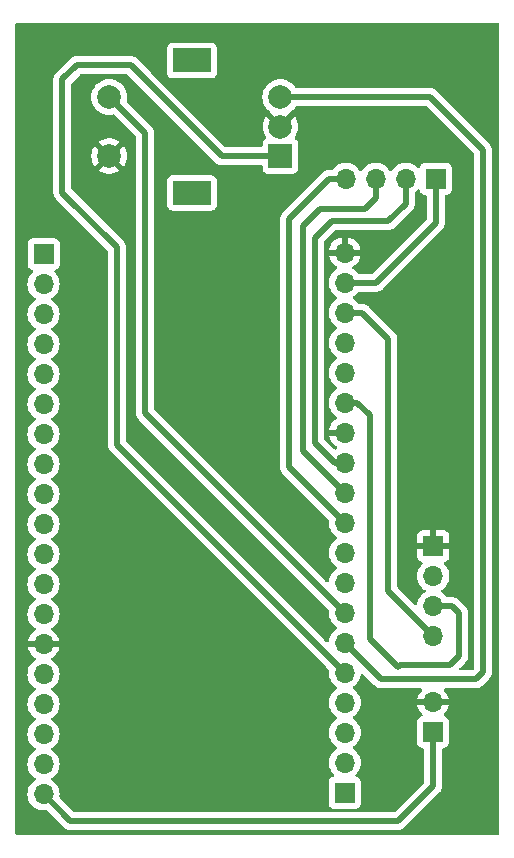
<source format=gbr>
%TF.GenerationSoftware,KiCad,Pcbnew,(7.0.0)*%
%TF.CreationDate,2023-03-14T13:27:21+01:00*%
%TF.ProjectId,breakout-board-display-brain,62726561-6b6f-4757-942d-626f6172642d,v1*%
%TF.SameCoordinates,Original*%
%TF.FileFunction,Copper,L2,Bot*%
%TF.FilePolarity,Positive*%
%FSLAX46Y46*%
G04 Gerber Fmt 4.6, Leading zero omitted, Abs format (unit mm)*
G04 Created by KiCad (PCBNEW (7.0.0)) date 2023-03-14 13:27:21*
%MOMM*%
%LPD*%
G01*
G04 APERTURE LIST*
%TA.AperFunction,ComponentPad*%
%ADD10R,1.700000X1.700000*%
%TD*%
%TA.AperFunction,ComponentPad*%
%ADD11O,1.700000X1.700000*%
%TD*%
%TA.AperFunction,ComponentPad*%
%ADD12R,2.000000X2.000000*%
%TD*%
%TA.AperFunction,ComponentPad*%
%ADD13C,2.000000*%
%TD*%
%TA.AperFunction,ComponentPad*%
%ADD14R,3.200000X2.000000*%
%TD*%
%TA.AperFunction,Conductor*%
%ADD15C,0.500000*%
%TD*%
G04 APERTURE END LIST*
D10*
%TO.P,J5,1,Pin_1*%
%TO.N,/IO23_MOSI*%
X162199999Y-71624999D03*
D11*
%TO.P,J5,2,Pin_2*%
%TO.N,/IO19_MISO*%
X159659999Y-71624999D03*
%TO.P,J5,3,Pin_3*%
%TO.N,/IO18_SCK*%
X157119999Y-71624999D03*
%TO.P,J5,4,Pin_4*%
%TO.N,/IO5_SS*%
X154579999Y-71624999D03*
%TD*%
D10*
%TO.P,J1,1,Pin_1*%
%TO.N,/3V3*%
X128999999Y-77999999D03*
D11*
%TO.P,J1,2,Pin_2*%
%TO.N,/EN*%
X128999999Y-80539999D03*
%TO.P,J1,3,Pin_3*%
%TO.N,/SENSOR_VP*%
X128999999Y-83079999D03*
%TO.P,J1,4,Pin_4*%
%TO.N,/SENSOR_VN*%
X128999999Y-85619999D03*
%TO.P,J1,5,Pin_5*%
%TO.N,/IO34*%
X128999999Y-88159999D03*
%TO.P,J1,6,Pin_6*%
%TO.N,/IO35*%
X128999999Y-90699999D03*
%TO.P,J1,7,Pin_7*%
%TO.N,/IO32*%
X128999999Y-93239999D03*
%TO.P,J1,8,Pin_8*%
%TO.N,/IO33*%
X128999999Y-95779999D03*
%TO.P,J1,9,Pin_9*%
%TO.N,/IO25*%
X128999999Y-98319999D03*
%TO.P,J1,10,Pin_10*%
%TO.N,/IO26*%
X128999999Y-100859999D03*
%TO.P,J1,11,Pin_11*%
%TO.N,/IO27*%
X128999999Y-103399999D03*
%TO.P,J1,12,Pin_12*%
%TO.N,/IO14*%
X128999999Y-105939999D03*
%TO.P,J1,13,Pin_13*%
%TO.N,/IO12*%
X128999999Y-108479999D03*
%TO.P,J1,14,Pin_14*%
%TO.N,GND*%
X128999999Y-111019999D03*
%TO.P,J1,15,Pin_15*%
%TO.N,/IO13*%
X128999999Y-113559999D03*
%TO.P,J1,16,Pin_16*%
%TO.N,/SD2*%
X128999999Y-116099999D03*
%TO.P,J1,17,Pin_17*%
%TO.N,/SD3*%
X128999999Y-118639999D03*
%TO.P,J1,18,Pin_18*%
%TO.N,/CMD*%
X128999999Y-121179999D03*
%TO.P,J1,19,Pin_19*%
%TO.N,+5V*%
X128999999Y-123719999D03*
%TD*%
D10*
%TO.P,J4,1,Pin_1*%
%TO.N,GND*%
X161999999Y-102719999D03*
D11*
%TO.P,J4,2,Pin_2*%
%TO.N,+5V*%
X161999999Y-105259999D03*
%TO.P,J4,3,Pin_3*%
%TO.N,/IO21_SDA*%
X161999999Y-107799999D03*
%TO.P,J4,4,Pin_4*%
%TO.N,/IO22_SCL*%
X161999999Y-110339999D03*
%TD*%
D10*
%TO.P,J3,1,Pin_1*%
%TO.N,+5V*%
X161974999Y-118469999D03*
D11*
%TO.P,J3,2,Pin_2*%
%TO.N,GND*%
X161974999Y-115929999D03*
%TD*%
D10*
%TO.P,J2,1,Pin_1*%
%TO.N,/CLK*%
X154499999Y-123599999D03*
D11*
%TO.P,J2,2,Pin_2*%
%TO.N,/SD0*%
X154499999Y-121059999D03*
%TO.P,J2,3,Pin_3*%
%TO.N,/SD1*%
X154499999Y-118519999D03*
%TO.P,J2,4,Pin_4*%
%TO.N,/IO15*%
X154499999Y-115979999D03*
%TO.P,J2,5,Pin_5*%
%TO.N,/IO2*%
X154499999Y-113439999D03*
%TO.P,J2,6,Pin_6*%
%TO.N,/IO0*%
X154499999Y-110899999D03*
%TO.P,J2,7,Pin_7*%
%TO.N,/IO4*%
X154499999Y-108359999D03*
%TO.P,J2,8,Pin_8*%
%TO.N,/IO16*%
X154499999Y-105819999D03*
%TO.P,J2,9,Pin_9*%
%TO.N,/IO17*%
X154499999Y-103279999D03*
%TO.P,J2,10,Pin_10*%
%TO.N,/IO5_SS*%
X154499999Y-100739999D03*
%TO.P,J2,11,Pin_11*%
%TO.N,/IO18_SCK*%
X154499999Y-98199999D03*
%TO.P,J2,12,Pin_12*%
%TO.N,/IO19_MISO*%
X154499999Y-95659999D03*
%TO.P,J2,13,Pin_13*%
%TO.N,GND*%
X154499999Y-93119999D03*
%TO.P,J2,14,Pin_14*%
%TO.N,/IO21_SDA*%
X154499999Y-90579999D03*
%TO.P,J2,15,Pin_15*%
%TO.N,/RXD0*%
X154499999Y-88039999D03*
%TO.P,J2,16,Pin_16*%
%TO.N,/TXD0*%
X154499999Y-85499999D03*
%TO.P,J2,17,Pin_17*%
%TO.N,/IO22_SCL*%
X154499999Y-82959999D03*
%TO.P,J2,18,Pin_18*%
%TO.N,/IO23_MOSI*%
X154499999Y-80419999D03*
%TO.P,J2,19,Pin_19*%
%TO.N,GND*%
X154499999Y-77879999D03*
%TD*%
D12*
%TO.P,SW1,A,A*%
%TO.N,/IO2*%
X149049999Y-69699999D03*
D13*
%TO.P,SW1,B,B*%
%TO.N,/IO0*%
X149050000Y-64700000D03*
%TO.P,SW1,C,C*%
%TO.N,GND*%
X149050000Y-67200000D03*
D14*
%TO.P,SW1,MP*%
%TO.N,N/C*%
X141549999Y-72799999D03*
X141549999Y-61599999D03*
D13*
%TO.P,SW1,S1,S1*%
%TO.N,/IO4*%
X134550000Y-64700000D03*
%TO.P,SW1,S2,S2*%
%TO.N,GND*%
X134550000Y-69700000D03*
%TD*%
D15*
%TO.N,/IO19_MISO*%
X152000000Y-94000000D02*
X153660000Y-95660000D01*
X158200000Y-75200000D02*
X153400000Y-75200000D01*
X152000000Y-76600000D02*
X152000000Y-94000000D01*
X159660000Y-73740000D02*
X158200000Y-75200000D01*
X153660000Y-95660000D02*
X154500000Y-95660000D01*
X159660000Y-71625000D02*
X159660000Y-73740000D01*
X153400000Y-75200000D02*
X152000000Y-76600000D01*
%TO.N,/IO5_SS*%
X149800000Y-96040000D02*
X154500000Y-100740000D01*
X153175000Y-71625000D02*
X149800000Y-75000000D01*
X154580000Y-71625000D02*
X153175000Y-71625000D01*
X149800000Y-75000000D02*
X149800000Y-96040000D01*
%TO.N,/IO18_SCK*%
X156200000Y-74200000D02*
X152400000Y-74200000D01*
X151000000Y-75600000D02*
X151000000Y-94700000D01*
X152400000Y-74200000D02*
X151000000Y-75600000D01*
X157120000Y-73280000D02*
X156200000Y-74200000D01*
X157120000Y-71625000D02*
X157120000Y-73280000D01*
X151000000Y-94700000D02*
X154500000Y-98200000D01*
%TO.N,/IO23_MOSI*%
X162200000Y-75400000D02*
X162200000Y-71625000D01*
X157180000Y-80420000D02*
X162200000Y-75400000D01*
X154500000Y-80420000D02*
X157180000Y-80420000D01*
%TO.N,/IO0*%
X166200000Y-113400000D02*
X165600000Y-114000000D01*
X157600000Y-114000000D02*
X154500000Y-110900000D01*
X166200000Y-69200000D02*
X166200000Y-113400000D01*
X161700000Y-64700000D02*
X166200000Y-69200000D01*
X149050000Y-64700000D02*
X161700000Y-64700000D01*
X165600000Y-114000000D02*
X157600000Y-114000000D01*
%TO.N,+5V*%
X159000000Y-126000000D02*
X131280000Y-126000000D01*
X161975000Y-123025000D02*
X161975000Y-118470000D01*
X159000000Y-126000000D02*
X161975000Y-123025000D01*
X131280000Y-126000000D02*
X129000000Y-123720000D01*
%TO.N,/IO2*%
X135200000Y-77400000D02*
X135200000Y-94140000D01*
X130600000Y-63200000D02*
X130600000Y-72800000D01*
X149050000Y-69700000D02*
X144100000Y-69700000D01*
X144100000Y-69700000D02*
X136400000Y-62000000D01*
X135200000Y-94140000D02*
X154500000Y-113440000D01*
X130600000Y-72800000D02*
X135200000Y-77400000D01*
X131800000Y-62000000D02*
X130600000Y-63200000D01*
X136400000Y-62000000D02*
X131800000Y-62000000D01*
%TO.N,/IO4*%
X137600000Y-91460000D02*
X154500000Y-108360000D01*
X134550000Y-64700000D02*
X137600000Y-67750000D01*
X137600000Y-67750000D02*
X137600000Y-91460000D01*
%TO.N,/IO21_SDA*%
X163600000Y-107800000D02*
X164200000Y-108400000D01*
X159000000Y-113000000D02*
X156600000Y-110600000D01*
X156600000Y-110600000D02*
X156600000Y-91600000D01*
X155580000Y-90580000D02*
X154500000Y-90580000D01*
X156600000Y-91600000D02*
X155580000Y-90580000D01*
X162000000Y-107800000D02*
X163600000Y-107800000D01*
X164200000Y-112000000D02*
X163400000Y-112800000D01*
X159200000Y-112800000D02*
X159000000Y-113000000D01*
X163400000Y-112800000D02*
X159200000Y-112800000D01*
X164200000Y-108400000D02*
X164200000Y-112000000D01*
%TO.N,/IO22_SCL*%
X158200000Y-106540000D02*
X162000000Y-110340000D01*
X155960000Y-82960000D02*
X158200000Y-85200000D01*
X154500000Y-82960000D02*
X155960000Y-82960000D01*
X158200000Y-85200000D02*
X158200000Y-106540000D01*
%TD*%
%TA.AperFunction,Conductor*%
%TO.N,GND*%
G36*
X160817909Y-72548675D02*
G01*
X160853862Y-72599889D01*
X160862905Y-72624135D01*
X160899111Y-72721204D01*
X160986739Y-72838261D01*
X161103796Y-72925889D01*
X161240799Y-72976989D01*
X161301362Y-72983500D01*
X161317500Y-72983500D01*
X161379500Y-73000113D01*
X161424887Y-73045500D01*
X161441500Y-73107500D01*
X161441500Y-75034457D01*
X161432061Y-75081910D01*
X161405181Y-75122138D01*
X156902138Y-79625181D01*
X156861910Y-79652061D01*
X156814457Y-79661500D01*
X155694289Y-79661500D01*
X155635272Y-79646555D01*
X155590481Y-79605322D01*
X155578528Y-79587027D01*
X155575722Y-79582732D01*
X155423240Y-79417094D01*
X155374093Y-79378841D01*
X155249623Y-79281960D01*
X155249615Y-79281955D01*
X155245576Y-79278811D01*
X155241071Y-79276373D01*
X155241065Y-79276369D01*
X155202305Y-79255394D01*
X155156665Y-79212844D01*
X155137526Y-79153454D01*
X155149734Y-79092263D01*
X155190198Y-79044764D01*
X155366643Y-78921215D01*
X155374909Y-78914278D01*
X155534278Y-78754909D01*
X155541215Y-78746643D01*
X155670498Y-78562008D01*
X155675886Y-78552676D01*
X155771143Y-78348397D01*
X155774831Y-78338263D01*
X155826943Y-78143780D01*
X155827311Y-78132551D01*
X155816369Y-78130000D01*
X153183631Y-78130000D01*
X153172688Y-78132551D01*
X153173056Y-78143780D01*
X153225168Y-78338263D01*
X153228856Y-78348397D01*
X153324113Y-78552676D01*
X153329501Y-78562008D01*
X153458784Y-78746643D01*
X153465721Y-78754909D01*
X153625090Y-78914278D01*
X153633356Y-78921215D01*
X153809801Y-79044764D01*
X153850264Y-79092263D01*
X153862473Y-79153454D01*
X153843334Y-79212844D01*
X153797695Y-79255393D01*
X153758939Y-79276366D01*
X153758924Y-79276375D01*
X153754424Y-79278811D01*
X153750389Y-79281951D01*
X153750376Y-79281960D01*
X153580801Y-79413948D01*
X153580795Y-79413952D01*
X153576760Y-79417094D01*
X153573297Y-79420855D01*
X153573288Y-79420864D01*
X153427753Y-79578956D01*
X153427747Y-79578963D01*
X153424278Y-79582732D01*
X153421481Y-79587012D01*
X153421474Y-79587022D01*
X153345878Y-79702732D01*
X153301140Y-79771209D01*
X153299085Y-79775892D01*
X153299080Y-79775903D01*
X153212764Y-79972687D01*
X153210704Y-79977384D01*
X153209446Y-79982349D01*
X153209445Y-79982354D01*
X153156695Y-80190657D01*
X153156693Y-80190666D01*
X153155436Y-80195632D01*
X153155012Y-80200741D01*
X153155011Y-80200751D01*
X153145492Y-80315632D01*
X153136844Y-80420000D01*
X153137268Y-80425117D01*
X153155011Y-80639248D01*
X153155012Y-80639256D01*
X153155436Y-80644368D01*
X153156693Y-80649335D01*
X153156695Y-80649342D01*
X153209445Y-80857645D01*
X153210704Y-80862616D01*
X153212764Y-80867312D01*
X153299080Y-81064096D01*
X153299083Y-81064101D01*
X153301140Y-81068791D01*
X153345793Y-81137137D01*
X153421474Y-81252977D01*
X153421477Y-81252981D01*
X153424278Y-81257268D01*
X153427752Y-81261041D01*
X153427753Y-81261043D01*
X153573288Y-81419135D01*
X153573291Y-81419138D01*
X153576760Y-81422906D01*
X153580801Y-81426051D01*
X153750376Y-81558039D01*
X153750381Y-81558042D01*
X153754424Y-81561189D01*
X153790930Y-81580945D01*
X153838434Y-81626523D01*
X153855913Y-81689996D01*
X153838437Y-81753471D01*
X153790933Y-81799053D01*
X153758930Y-81816372D01*
X153758925Y-81816374D01*
X153754424Y-81818811D01*
X153750389Y-81821951D01*
X153750376Y-81821960D01*
X153580801Y-81953948D01*
X153580795Y-81953952D01*
X153576760Y-81957094D01*
X153573297Y-81960855D01*
X153573288Y-81960864D01*
X153427753Y-82118956D01*
X153427747Y-82118963D01*
X153424278Y-82122732D01*
X153421481Y-82127012D01*
X153421474Y-82127022D01*
X153343075Y-82247022D01*
X153301140Y-82311209D01*
X153299085Y-82315892D01*
X153299080Y-82315903D01*
X153231873Y-82469123D01*
X153210704Y-82517384D01*
X153209446Y-82522349D01*
X153209445Y-82522354D01*
X153156695Y-82730657D01*
X153156693Y-82730666D01*
X153155436Y-82735632D01*
X153155012Y-82740741D01*
X153155011Y-82740751D01*
X153145492Y-82855632D01*
X153136844Y-82960000D01*
X153137268Y-82965117D01*
X153155011Y-83179248D01*
X153155012Y-83179256D01*
X153155436Y-83184368D01*
X153156693Y-83189335D01*
X153156695Y-83189342D01*
X153209445Y-83397645D01*
X153210704Y-83402616D01*
X153212764Y-83407312D01*
X153299080Y-83604096D01*
X153299083Y-83604101D01*
X153301140Y-83608791D01*
X153360505Y-83699656D01*
X153421474Y-83792977D01*
X153421477Y-83792981D01*
X153424278Y-83797268D01*
X153427752Y-83801041D01*
X153427753Y-83801043D01*
X153573288Y-83959135D01*
X153573291Y-83959138D01*
X153576760Y-83962906D01*
X153580801Y-83966051D01*
X153750376Y-84098039D01*
X153750381Y-84098042D01*
X153754424Y-84101189D01*
X153790930Y-84120945D01*
X153838434Y-84166523D01*
X153855913Y-84229996D01*
X153838437Y-84293471D01*
X153790933Y-84339053D01*
X153758930Y-84356372D01*
X153758925Y-84356374D01*
X153754424Y-84358811D01*
X153750389Y-84361951D01*
X153750376Y-84361960D01*
X153580801Y-84493948D01*
X153580795Y-84493952D01*
X153576760Y-84497094D01*
X153573297Y-84500855D01*
X153573288Y-84500864D01*
X153427753Y-84658956D01*
X153427747Y-84658963D01*
X153424278Y-84662732D01*
X153421481Y-84667012D01*
X153421474Y-84667022D01*
X153303942Y-84846920D01*
X153301140Y-84851209D01*
X153299085Y-84855892D01*
X153299080Y-84855903D01*
X153212764Y-85052687D01*
X153210704Y-85057384D01*
X153209446Y-85062349D01*
X153209445Y-85062354D01*
X153156695Y-85270657D01*
X153156693Y-85270666D01*
X153155436Y-85275632D01*
X153155012Y-85280741D01*
X153155011Y-85280751D01*
X153145492Y-85395632D01*
X153136844Y-85500000D01*
X153137268Y-85505117D01*
X153155011Y-85719248D01*
X153155012Y-85719256D01*
X153155436Y-85724368D01*
X153156693Y-85729335D01*
X153156695Y-85729342D01*
X153209445Y-85937645D01*
X153210704Y-85942616D01*
X153212764Y-85947312D01*
X153299080Y-86144096D01*
X153299083Y-86144101D01*
X153301140Y-86148791D01*
X153360505Y-86239656D01*
X153421474Y-86332977D01*
X153421477Y-86332981D01*
X153424278Y-86337268D01*
X153427752Y-86341041D01*
X153427753Y-86341043D01*
X153573288Y-86499135D01*
X153573291Y-86499138D01*
X153576760Y-86502906D01*
X153580801Y-86506051D01*
X153750376Y-86638039D01*
X153750381Y-86638042D01*
X153754424Y-86641189D01*
X153758931Y-86643628D01*
X153758934Y-86643630D01*
X153790930Y-86660945D01*
X153838436Y-86706526D01*
X153855913Y-86770000D01*
X153838436Y-86833474D01*
X153790930Y-86879055D01*
X153758934Y-86896369D01*
X153758922Y-86896376D01*
X153754424Y-86898811D01*
X153750389Y-86901951D01*
X153750376Y-86901960D01*
X153580801Y-87033948D01*
X153580795Y-87033952D01*
X153576760Y-87037094D01*
X153573297Y-87040855D01*
X153573288Y-87040864D01*
X153427753Y-87198956D01*
X153427747Y-87198963D01*
X153424278Y-87202732D01*
X153421481Y-87207012D01*
X153421474Y-87207022D01*
X153348345Y-87318956D01*
X153301140Y-87391209D01*
X153299085Y-87395892D01*
X153299080Y-87395903D01*
X153212764Y-87592687D01*
X153210704Y-87597384D01*
X153209446Y-87602349D01*
X153209445Y-87602354D01*
X153156695Y-87810657D01*
X153156693Y-87810666D01*
X153155436Y-87815632D01*
X153155012Y-87820741D01*
X153155011Y-87820751D01*
X153145492Y-87935632D01*
X153136844Y-88040000D01*
X153137268Y-88045117D01*
X153155011Y-88259248D01*
X153155012Y-88259256D01*
X153155436Y-88264368D01*
X153156693Y-88269335D01*
X153156695Y-88269342D01*
X153209445Y-88477645D01*
X153210704Y-88482616D01*
X153212764Y-88487312D01*
X153299080Y-88684096D01*
X153299083Y-88684101D01*
X153301140Y-88688791D01*
X153360505Y-88779656D01*
X153421474Y-88872977D01*
X153421477Y-88872981D01*
X153424278Y-88877268D01*
X153427752Y-88881041D01*
X153427753Y-88881043D01*
X153573288Y-89039135D01*
X153573291Y-89039138D01*
X153576760Y-89042906D01*
X153580801Y-89046051D01*
X153750376Y-89178039D01*
X153750381Y-89178042D01*
X153754424Y-89181189D01*
X153758931Y-89183628D01*
X153758934Y-89183630D01*
X153790930Y-89200945D01*
X153838436Y-89246526D01*
X153855913Y-89310000D01*
X153838436Y-89373474D01*
X153790930Y-89419055D01*
X153758934Y-89436369D01*
X153758922Y-89436376D01*
X153754424Y-89438811D01*
X153750389Y-89441951D01*
X153750376Y-89441960D01*
X153580801Y-89573948D01*
X153580795Y-89573952D01*
X153576760Y-89577094D01*
X153573297Y-89580855D01*
X153573288Y-89580864D01*
X153427753Y-89738956D01*
X153427747Y-89738963D01*
X153424278Y-89742732D01*
X153421481Y-89747012D01*
X153421474Y-89747022D01*
X153343075Y-89867022D01*
X153301140Y-89931209D01*
X153299085Y-89935892D01*
X153299080Y-89935903D01*
X153231873Y-90089123D01*
X153210704Y-90137384D01*
X153209446Y-90142349D01*
X153209445Y-90142354D01*
X153156695Y-90350657D01*
X153156693Y-90350666D01*
X153155436Y-90355632D01*
X153155012Y-90360741D01*
X153155011Y-90360751D01*
X153145492Y-90475632D01*
X153136844Y-90580000D01*
X153137268Y-90585117D01*
X153155011Y-90799248D01*
X153155012Y-90799256D01*
X153155436Y-90804368D01*
X153156693Y-90809335D01*
X153156695Y-90809342D01*
X153209445Y-91017645D01*
X153210704Y-91022616D01*
X153212764Y-91027312D01*
X153299080Y-91224096D01*
X153299083Y-91224101D01*
X153301140Y-91228791D01*
X153319745Y-91257268D01*
X153421474Y-91412977D01*
X153421477Y-91412981D01*
X153424278Y-91417268D01*
X153427752Y-91421041D01*
X153427753Y-91421043D01*
X153573288Y-91579135D01*
X153573291Y-91579138D01*
X153576760Y-91582906D01*
X153627258Y-91622211D01*
X153750376Y-91718039D01*
X153750381Y-91718042D01*
X153754424Y-91721189D01*
X153797691Y-91744604D01*
X153797695Y-91744606D01*
X153843335Y-91787155D01*
X153862475Y-91846545D01*
X153850267Y-91907737D01*
X153809803Y-91955236D01*
X153633352Y-92078788D01*
X153625092Y-92085719D01*
X153465719Y-92245092D01*
X153458784Y-92253357D01*
X153329508Y-92437982D01*
X153324110Y-92447332D01*
X153228856Y-92651602D01*
X153225168Y-92661736D01*
X153173056Y-92856219D01*
X153172688Y-92867448D01*
X153183631Y-92870000D01*
X154626000Y-92870000D01*
X154688000Y-92886613D01*
X154733387Y-92932000D01*
X154750000Y-92994000D01*
X154750000Y-93246000D01*
X154733387Y-93308000D01*
X154688000Y-93353387D01*
X154626000Y-93370000D01*
X153183631Y-93370000D01*
X153172688Y-93372551D01*
X153173056Y-93383780D01*
X153225168Y-93578263D01*
X153228856Y-93588397D01*
X153324113Y-93792676D01*
X153329501Y-93802008D01*
X153458784Y-93986643D01*
X153465721Y-93994909D01*
X153625090Y-94154278D01*
X153633356Y-94161215D01*
X153809801Y-94284764D01*
X153850264Y-94332263D01*
X153862473Y-94393454D01*
X153843334Y-94452844D01*
X153797695Y-94495393D01*
X153758941Y-94516365D01*
X153758927Y-94516373D01*
X153754424Y-94518811D01*
X153750380Y-94521958D01*
X153750370Y-94521965D01*
X153749200Y-94522876D01*
X153748493Y-94523191D01*
X153746082Y-94524767D01*
X153745830Y-94524381D01*
X153695133Y-94547028D01*
X153636031Y-94543354D01*
X153585372Y-94512691D01*
X152794819Y-93722138D01*
X152767939Y-93681910D01*
X152758500Y-93634457D01*
X152758500Y-77627448D01*
X153172688Y-77627448D01*
X153183631Y-77630000D01*
X154233674Y-77630000D01*
X154246549Y-77626549D01*
X154250000Y-77613674D01*
X154750000Y-77613674D01*
X154753450Y-77626549D01*
X154766326Y-77630000D01*
X155816369Y-77630000D01*
X155827311Y-77627448D01*
X155826943Y-77616219D01*
X155774831Y-77421736D01*
X155771143Y-77411602D01*
X155675889Y-77207332D01*
X155670491Y-77197982D01*
X155541215Y-77013357D01*
X155534280Y-77005092D01*
X155374909Y-76845721D01*
X155366643Y-76838784D01*
X155182008Y-76709501D01*
X155172676Y-76704113D01*
X154968397Y-76608856D01*
X154958263Y-76605168D01*
X154763780Y-76553056D01*
X154752551Y-76552688D01*
X154750000Y-76563631D01*
X154750000Y-77613674D01*
X154250000Y-77613674D01*
X154250000Y-76563631D01*
X154247448Y-76552688D01*
X154236219Y-76553056D01*
X154041736Y-76605168D01*
X154031602Y-76608856D01*
X153827332Y-76704110D01*
X153817982Y-76709508D01*
X153633357Y-76838784D01*
X153625092Y-76845719D01*
X153465719Y-77005092D01*
X153458784Y-77013357D01*
X153329508Y-77197982D01*
X153324110Y-77207332D01*
X153228856Y-77411602D01*
X153225168Y-77421736D01*
X153173056Y-77616219D01*
X153172688Y-77627448D01*
X152758500Y-77627448D01*
X152758500Y-76965543D01*
X152767939Y-76918090D01*
X152794819Y-76877862D01*
X153677862Y-75994819D01*
X153718090Y-75967939D01*
X153765543Y-75958500D01*
X158135705Y-75958500D01*
X158153677Y-75959809D01*
X158177789Y-75963341D01*
X158227727Y-75958971D01*
X158238533Y-75958500D01*
X158240571Y-75958500D01*
X158244180Y-75958500D01*
X158275370Y-75954853D01*
X158278851Y-75954498D01*
X158354426Y-75947887D01*
X158361290Y-75945612D01*
X158364924Y-75944862D01*
X158365119Y-75944830D01*
X158365308Y-75944777D01*
X158368930Y-75943918D01*
X158376113Y-75943079D01*
X158447393Y-75917134D01*
X158450709Y-75915981D01*
X158522738Y-75892114D01*
X158528886Y-75888320D01*
X158532251Y-75886752D01*
X158532438Y-75886674D01*
X158532618Y-75886574D01*
X158535934Y-75884908D01*
X158542732Y-75882435D01*
X158606103Y-75840753D01*
X158609110Y-75838837D01*
X158673651Y-75799030D01*
X158678763Y-75793916D01*
X158681672Y-75791617D01*
X158681843Y-75791493D01*
X158681990Y-75791359D01*
X158684832Y-75788974D01*
X158690874Y-75785001D01*
X158742963Y-75729788D01*
X158745408Y-75727271D01*
X160150880Y-74321799D01*
X160164506Y-74310023D01*
X160184058Y-74295469D01*
X160216278Y-74257068D01*
X160223594Y-74249087D01*
X160224209Y-74248471D01*
X160227581Y-74245100D01*
X160247047Y-74220479D01*
X160249295Y-74217721D01*
X160298032Y-74159640D01*
X160301277Y-74153177D01*
X160303315Y-74150079D01*
X160303435Y-74149912D01*
X160303531Y-74149741D01*
X160305484Y-74146573D01*
X160309967Y-74140905D01*
X160342034Y-74072135D01*
X160343549Y-74069004D01*
X160377609Y-74001188D01*
X160379275Y-73994154D01*
X160380541Y-73990677D01*
X160380622Y-73990480D01*
X160380677Y-73990288D01*
X160381845Y-73986760D01*
X160384903Y-73980206D01*
X160400244Y-73905905D01*
X160401021Y-73902401D01*
X160401236Y-73901494D01*
X160418500Y-73828656D01*
X160418500Y-73821434D01*
X160418932Y-73817740D01*
X160418964Y-73817540D01*
X160418972Y-73817362D01*
X160419298Y-73813631D01*
X160420759Y-73806558D01*
X160418552Y-73730707D01*
X160418500Y-73727101D01*
X160418500Y-72816749D01*
X160431099Y-72762289D01*
X160466335Y-72718897D01*
X160583240Y-72627906D01*
X160646455Y-72559236D01*
X160699073Y-72525386D01*
X160761528Y-72521538D01*
X160817909Y-72548675D01*
G37*
%TD.AperFunction*%
%TA.AperFunction,Conductor*%
G36*
X167537500Y-58467113D02*
G01*
X167582887Y-58512500D01*
X167599500Y-58574500D01*
X167599500Y-127025500D01*
X167582887Y-127087500D01*
X167537500Y-127132887D01*
X167475500Y-127149500D01*
X126724500Y-127149500D01*
X126662500Y-127132887D01*
X126617113Y-127087500D01*
X126600500Y-127025500D01*
X126600500Y-123720000D01*
X127636844Y-123720000D01*
X127637268Y-123725117D01*
X127655011Y-123939248D01*
X127655012Y-123939256D01*
X127655436Y-123944368D01*
X127656693Y-123949335D01*
X127656695Y-123949342D01*
X127665443Y-123983885D01*
X127710704Y-124162616D01*
X127712764Y-124167312D01*
X127799080Y-124364096D01*
X127799083Y-124364101D01*
X127801140Y-124368791D01*
X127860505Y-124459656D01*
X127921474Y-124552977D01*
X127921477Y-124552981D01*
X127924278Y-124557268D01*
X127927752Y-124561041D01*
X127927753Y-124561043D01*
X128073288Y-124719135D01*
X128073291Y-124719138D01*
X128076760Y-124722906D01*
X128080801Y-124726051D01*
X128250376Y-124858039D01*
X128250381Y-124858042D01*
X128254424Y-124861189D01*
X128258931Y-124863628D01*
X128258934Y-124863630D01*
X128447919Y-124965903D01*
X128452426Y-124968342D01*
X128665365Y-125041444D01*
X128887431Y-125078500D01*
X129107436Y-125078500D01*
X129112569Y-125078500D01*
X129198088Y-125064229D01*
X129256325Y-125068449D01*
X129306176Y-125098857D01*
X130698195Y-126490876D01*
X130709973Y-126504503D01*
X130724531Y-126524058D01*
X130730067Y-126528703D01*
X130762932Y-126556280D01*
X130770907Y-126563588D01*
X130774900Y-126567581D01*
X130777731Y-126569819D01*
X130777735Y-126569823D01*
X130799469Y-126587008D01*
X130802267Y-126589287D01*
X130854822Y-126633386D01*
X130854827Y-126633389D01*
X130860360Y-126638032D01*
X130866818Y-126641275D01*
X130869935Y-126643325D01*
X130870087Y-126643435D01*
X130870261Y-126643532D01*
X130873424Y-126645483D01*
X130879095Y-126649967D01*
X130885644Y-126653021D01*
X130885646Y-126653022D01*
X130947830Y-126682019D01*
X130951071Y-126683588D01*
X130957216Y-126686674D01*
X131012348Y-126714363D01*
X131012350Y-126714363D01*
X131018812Y-126717609D01*
X131025850Y-126719276D01*
X131029322Y-126720540D01*
X131029522Y-126720623D01*
X131029702Y-126720674D01*
X131033240Y-126721846D01*
X131039794Y-126724903D01*
X131114100Y-126740245D01*
X131117572Y-126741015D01*
X131191344Y-126758500D01*
X131198576Y-126758500D01*
X131202255Y-126758930D01*
X131202468Y-126758964D01*
X131202638Y-126758972D01*
X131206369Y-126759298D01*
X131213442Y-126760759D01*
X131289292Y-126758552D01*
X131292899Y-126758500D01*
X158935705Y-126758500D01*
X158953677Y-126759809D01*
X158977789Y-126763341D01*
X159027727Y-126758971D01*
X159038533Y-126758500D01*
X159040571Y-126758500D01*
X159044180Y-126758500D01*
X159075370Y-126754853D01*
X159078851Y-126754498D01*
X159154426Y-126747887D01*
X159161290Y-126745612D01*
X159164924Y-126744862D01*
X159165119Y-126744830D01*
X159165308Y-126744777D01*
X159168930Y-126743918D01*
X159176113Y-126743079D01*
X159247393Y-126717134D01*
X159250709Y-126715981D01*
X159322738Y-126692114D01*
X159328886Y-126688320D01*
X159332251Y-126686752D01*
X159332438Y-126686674D01*
X159332618Y-126686574D01*
X159335934Y-126684908D01*
X159342732Y-126682435D01*
X159406103Y-126640753D01*
X159409110Y-126638837D01*
X159473651Y-126599030D01*
X159478763Y-126593916D01*
X159481672Y-126591617D01*
X159481843Y-126591493D01*
X159481990Y-126591359D01*
X159484832Y-126588974D01*
X159490874Y-126585001D01*
X159542963Y-126529788D01*
X159545408Y-126527271D01*
X162465880Y-123606799D01*
X162479506Y-123595023D01*
X162499058Y-123580469D01*
X162531278Y-123542068D01*
X162538594Y-123534087D01*
X162539210Y-123533469D01*
X162542580Y-123530101D01*
X162562049Y-123505477D01*
X162564278Y-123502741D01*
X162613032Y-123444640D01*
X162616275Y-123438179D01*
X162618312Y-123435084D01*
X162618428Y-123434922D01*
X162618532Y-123434737D01*
X162620477Y-123431582D01*
X162624967Y-123425906D01*
X162657008Y-123357189D01*
X162658580Y-123353944D01*
X162689364Y-123292649D01*
X162689363Y-123292649D01*
X162692609Y-123286188D01*
X162694275Y-123279153D01*
X162695545Y-123275667D01*
X162695624Y-123275475D01*
X162695677Y-123275290D01*
X162696848Y-123271754D01*
X162699902Y-123265207D01*
X162715240Y-123190921D01*
X162716022Y-123187396D01*
X162731833Y-123120688D01*
X162733500Y-123113656D01*
X162733500Y-123106427D01*
X162733932Y-123102731D01*
X162733963Y-123102533D01*
X162733972Y-123102350D01*
X162734297Y-123098631D01*
X162735758Y-123091558D01*
X162735302Y-123075903D01*
X162733552Y-123015742D01*
X162733500Y-123012136D01*
X162733500Y-119952500D01*
X162750113Y-119890500D01*
X162795500Y-119845113D01*
X162857500Y-119828500D01*
X162870328Y-119828500D01*
X162873638Y-119828500D01*
X162934201Y-119821989D01*
X163071204Y-119770889D01*
X163188261Y-119683261D01*
X163275889Y-119566204D01*
X163326989Y-119429201D01*
X163333500Y-119368638D01*
X163333500Y-117571362D01*
X163326989Y-117510799D01*
X163275889Y-117373796D01*
X163188261Y-117256739D01*
X163179253Y-117249996D01*
X163078304Y-117174426D01*
X163078303Y-117174425D01*
X163071204Y-117169111D01*
X163062896Y-117166012D01*
X163062894Y-117166011D01*
X162942721Y-117121189D01*
X162941618Y-117120777D01*
X162891240Y-117085798D01*
X162863787Y-117030954D01*
X162865976Y-116969661D01*
X162897272Y-116916914D01*
X163009284Y-116804902D01*
X163016215Y-116796643D01*
X163145498Y-116612008D01*
X163150886Y-116602676D01*
X163246143Y-116398397D01*
X163249831Y-116388263D01*
X163301943Y-116193780D01*
X163302311Y-116182551D01*
X163291369Y-116180000D01*
X160658631Y-116180000D01*
X160647688Y-116182551D01*
X160648056Y-116193780D01*
X160700168Y-116388263D01*
X160703856Y-116398397D01*
X160799113Y-116602676D01*
X160804501Y-116612008D01*
X160933784Y-116796643D01*
X160940721Y-116804909D01*
X161052727Y-116916915D01*
X161084023Y-116969661D01*
X161086212Y-117030954D01*
X161058759Y-117085798D01*
X161008380Y-117120778D01*
X160887105Y-117166011D01*
X160887099Y-117166013D01*
X160878796Y-117169111D01*
X160871698Y-117174423D01*
X160871695Y-117174426D01*
X160768835Y-117251426D01*
X160768831Y-117251429D01*
X160761739Y-117256739D01*
X160756429Y-117263831D01*
X160756426Y-117263835D01*
X160679426Y-117366695D01*
X160679423Y-117366698D01*
X160674111Y-117373796D01*
X160671013Y-117382099D01*
X160671011Y-117382105D01*
X160625719Y-117503536D01*
X160625717Y-117503543D01*
X160623011Y-117510799D01*
X160622182Y-117518500D01*
X160622182Y-117518505D01*
X160616853Y-117568075D01*
X160616500Y-117571362D01*
X160616500Y-119368638D01*
X160623011Y-119429201D01*
X160625717Y-119436458D01*
X160625719Y-119436463D01*
X160671011Y-119557894D01*
X160674111Y-119566204D01*
X160679425Y-119573303D01*
X160679426Y-119573304D01*
X160747042Y-119663629D01*
X160761739Y-119683261D01*
X160878796Y-119770889D01*
X161015799Y-119821989D01*
X161076362Y-119828500D01*
X161092500Y-119828500D01*
X161154500Y-119845113D01*
X161199887Y-119890500D01*
X161216500Y-119952500D01*
X161216500Y-122659457D01*
X161207061Y-122706910D01*
X161180181Y-122747138D01*
X158722138Y-125205181D01*
X158681910Y-125232061D01*
X158634457Y-125241500D01*
X131645543Y-125241500D01*
X131598090Y-125232061D01*
X131557862Y-125205181D01*
X130381569Y-124028888D01*
X130352826Y-123983885D01*
X130345674Y-123930967D01*
X130362732Y-123725117D01*
X130363156Y-123720000D01*
X130344564Y-123495632D01*
X130289296Y-123277384D01*
X130198860Y-123071209D01*
X130075722Y-122882732D01*
X129923240Y-122717094D01*
X129835118Y-122648505D01*
X129749623Y-122581960D01*
X129749615Y-122581955D01*
X129745576Y-122578811D01*
X129741064Y-122576369D01*
X129741061Y-122576367D01*
X129709070Y-122559055D01*
X129661564Y-122513474D01*
X129644086Y-122450000D01*
X129661564Y-122386526D01*
X129709070Y-122340945D01*
X129709109Y-122340923D01*
X129745576Y-122321189D01*
X129923240Y-122182906D01*
X130075722Y-122017268D01*
X130198860Y-121828791D01*
X130289296Y-121622616D01*
X130344564Y-121404368D01*
X130363156Y-121180000D01*
X130344564Y-120955632D01*
X130289296Y-120737384D01*
X130198860Y-120531209D01*
X130075722Y-120342732D01*
X130072246Y-120338956D01*
X129926711Y-120180864D01*
X129926708Y-120180861D01*
X129923240Y-120177094D01*
X129910597Y-120167253D01*
X129749623Y-120041960D01*
X129749615Y-120041955D01*
X129745576Y-120038811D01*
X129741066Y-120036370D01*
X129741061Y-120036367D01*
X129709070Y-120019055D01*
X129661564Y-119973474D01*
X129644086Y-119910000D01*
X129661564Y-119846526D01*
X129709070Y-119800945D01*
X129709109Y-119800923D01*
X129745576Y-119781189D01*
X129923240Y-119642906D01*
X130075722Y-119477268D01*
X130198860Y-119288791D01*
X130289296Y-119082616D01*
X130344564Y-118864368D01*
X130363156Y-118640000D01*
X130344564Y-118415632D01*
X130289296Y-118197384D01*
X130198860Y-117991209D01*
X130075722Y-117802732D01*
X130072246Y-117798956D01*
X129926711Y-117640864D01*
X129926708Y-117640861D01*
X129923240Y-117637094D01*
X129910597Y-117627253D01*
X129749623Y-117501960D01*
X129749615Y-117501955D01*
X129745576Y-117498811D01*
X129741064Y-117496369D01*
X129741061Y-117496367D01*
X129709070Y-117479055D01*
X129661564Y-117433474D01*
X129644086Y-117370000D01*
X129661564Y-117306526D01*
X129709070Y-117260945D01*
X129716842Y-117256739D01*
X129745576Y-117241189D01*
X129923240Y-117102906D01*
X130075722Y-116937268D01*
X130198860Y-116748791D01*
X130289296Y-116542616D01*
X130344564Y-116324368D01*
X130363156Y-116100000D01*
X130344564Y-115875632D01*
X130289296Y-115657384D01*
X130198860Y-115451209D01*
X130075722Y-115262732D01*
X130062144Y-115247982D01*
X129926711Y-115100864D01*
X129926708Y-115100861D01*
X129923240Y-115097094D01*
X129879895Y-115063357D01*
X129749623Y-114961960D01*
X129749615Y-114961955D01*
X129745576Y-114958811D01*
X129741064Y-114956369D01*
X129741061Y-114956367D01*
X129709070Y-114939055D01*
X129661564Y-114893474D01*
X129644086Y-114830000D01*
X129661564Y-114766526D01*
X129709070Y-114720945D01*
X129715234Y-114717609D01*
X129745576Y-114701189D01*
X129923240Y-114562906D01*
X130075722Y-114397268D01*
X130198860Y-114208791D01*
X130289296Y-114002616D01*
X130344564Y-113784368D01*
X130363156Y-113560000D01*
X130344564Y-113335632D01*
X130289296Y-113117384D01*
X130198860Y-112911209D01*
X130075722Y-112722732D01*
X130072246Y-112718956D01*
X129926711Y-112560864D01*
X129926708Y-112560861D01*
X129923240Y-112557094D01*
X129866487Y-112512921D01*
X129749623Y-112421960D01*
X129749615Y-112421955D01*
X129745576Y-112418811D01*
X129741071Y-112416373D01*
X129741065Y-112416369D01*
X129702305Y-112395394D01*
X129656665Y-112352844D01*
X129637526Y-112293454D01*
X129649734Y-112232263D01*
X129690198Y-112184764D01*
X129866643Y-112061215D01*
X129874909Y-112054278D01*
X130034278Y-111894909D01*
X130041215Y-111886643D01*
X130170498Y-111702008D01*
X130175886Y-111692676D01*
X130271143Y-111488397D01*
X130274831Y-111478263D01*
X130326943Y-111283780D01*
X130327311Y-111272551D01*
X130316369Y-111270000D01*
X127683631Y-111270000D01*
X127672688Y-111272551D01*
X127673056Y-111283780D01*
X127725168Y-111478263D01*
X127728856Y-111488397D01*
X127824113Y-111692676D01*
X127829501Y-111702008D01*
X127958784Y-111886643D01*
X127965721Y-111894909D01*
X128125090Y-112054278D01*
X128133356Y-112061215D01*
X128309801Y-112184764D01*
X128350264Y-112232263D01*
X128362473Y-112293454D01*
X128343334Y-112352844D01*
X128297695Y-112395393D01*
X128258939Y-112416366D01*
X128258924Y-112416375D01*
X128254424Y-112418811D01*
X128250389Y-112421951D01*
X128250376Y-112421960D01*
X128080801Y-112553948D01*
X128080795Y-112553952D01*
X128076760Y-112557094D01*
X128073297Y-112560855D01*
X128073288Y-112560864D01*
X127927753Y-112718956D01*
X127927747Y-112718963D01*
X127924278Y-112722732D01*
X127921481Y-112727012D01*
X127921474Y-112727022D01*
X127803942Y-112906920D01*
X127801140Y-112911209D01*
X127799085Y-112915892D01*
X127799080Y-112915903D01*
X127712764Y-113112687D01*
X127710704Y-113117384D01*
X127709446Y-113122349D01*
X127709445Y-113122354D01*
X127656695Y-113330657D01*
X127656693Y-113330666D01*
X127655436Y-113335632D01*
X127655012Y-113340741D01*
X127655011Y-113340751D01*
X127643661Y-113477731D01*
X127636844Y-113560000D01*
X127637268Y-113565117D01*
X127655011Y-113779248D01*
X127655012Y-113779256D01*
X127655436Y-113784368D01*
X127656693Y-113789335D01*
X127656695Y-113789342D01*
X127705434Y-113981806D01*
X127710704Y-114002616D01*
X127712764Y-114007312D01*
X127799080Y-114204096D01*
X127799083Y-114204101D01*
X127801140Y-114208791D01*
X127843075Y-114272977D01*
X127921474Y-114392977D01*
X127921477Y-114392981D01*
X127924278Y-114397268D01*
X127927752Y-114401041D01*
X127927753Y-114401043D01*
X128073288Y-114559135D01*
X128073291Y-114559138D01*
X128076760Y-114562906D01*
X128123172Y-114599030D01*
X128250376Y-114698039D01*
X128250381Y-114698042D01*
X128254424Y-114701189D01*
X128258931Y-114703628D01*
X128258934Y-114703630D01*
X128290930Y-114720945D01*
X128338436Y-114766526D01*
X128355913Y-114830000D01*
X128338436Y-114893474D01*
X128290930Y-114939055D01*
X128258934Y-114956369D01*
X128258922Y-114956376D01*
X128254424Y-114958811D01*
X128250389Y-114961951D01*
X128250376Y-114961960D01*
X128080801Y-115093948D01*
X128080795Y-115093952D01*
X128076760Y-115097094D01*
X128073297Y-115100855D01*
X128073288Y-115100864D01*
X127927753Y-115258956D01*
X127927747Y-115258963D01*
X127924278Y-115262732D01*
X127921481Y-115267012D01*
X127921474Y-115267022D01*
X127803942Y-115446920D01*
X127801140Y-115451209D01*
X127799085Y-115455892D01*
X127799080Y-115455903D01*
X127763340Y-115537384D01*
X127710704Y-115657384D01*
X127709446Y-115662349D01*
X127709445Y-115662354D01*
X127656695Y-115870657D01*
X127656693Y-115870666D01*
X127655436Y-115875632D01*
X127655012Y-115880741D01*
X127655011Y-115880751D01*
X127637268Y-116094883D01*
X127636844Y-116100000D01*
X127637268Y-116105117D01*
X127655011Y-116319248D01*
X127655012Y-116319256D01*
X127655436Y-116324368D01*
X127656693Y-116329335D01*
X127656695Y-116329342D01*
X127681505Y-116427312D01*
X127710704Y-116542616D01*
X127712764Y-116547312D01*
X127799080Y-116744096D01*
X127799083Y-116744101D01*
X127801140Y-116748791D01*
X127832403Y-116796643D01*
X127921474Y-116932977D01*
X127921477Y-116932981D01*
X127924278Y-116937268D01*
X127927752Y-116941041D01*
X127927753Y-116941043D01*
X128073288Y-117099135D01*
X128073291Y-117099138D01*
X128076760Y-117102906D01*
X128096167Y-117118011D01*
X128250376Y-117238039D01*
X128250381Y-117238042D01*
X128254424Y-117241189D01*
X128258931Y-117243628D01*
X128258934Y-117243630D01*
X128290930Y-117260945D01*
X128338436Y-117306526D01*
X128355913Y-117370000D01*
X128338436Y-117433474D01*
X128290930Y-117479055D01*
X128258934Y-117496369D01*
X128258922Y-117496376D01*
X128254424Y-117498811D01*
X128250389Y-117501951D01*
X128250376Y-117501960D01*
X128080801Y-117633948D01*
X128080795Y-117633952D01*
X128076760Y-117637094D01*
X128073297Y-117640855D01*
X128073288Y-117640864D01*
X127927753Y-117798956D01*
X127927747Y-117798963D01*
X127924278Y-117802732D01*
X127921481Y-117807012D01*
X127921474Y-117807022D01*
X127803942Y-117986920D01*
X127801140Y-117991209D01*
X127799085Y-117995892D01*
X127799080Y-117995903D01*
X127763340Y-118077384D01*
X127710704Y-118197384D01*
X127709446Y-118202349D01*
X127709445Y-118202354D01*
X127656695Y-118410657D01*
X127656693Y-118410666D01*
X127655436Y-118415632D01*
X127655012Y-118420741D01*
X127655011Y-118420751D01*
X127637268Y-118634883D01*
X127636844Y-118640000D01*
X127637268Y-118645117D01*
X127655011Y-118859248D01*
X127655012Y-118859256D01*
X127655436Y-118864368D01*
X127656693Y-118869335D01*
X127656695Y-118869342D01*
X127681505Y-118967312D01*
X127710704Y-119082616D01*
X127712764Y-119087312D01*
X127799080Y-119284096D01*
X127799083Y-119284101D01*
X127801140Y-119288791D01*
X127843075Y-119352977D01*
X127921474Y-119472977D01*
X127921477Y-119472981D01*
X127924278Y-119477268D01*
X127927752Y-119481041D01*
X127927753Y-119481043D01*
X128073288Y-119639135D01*
X128073291Y-119639138D01*
X128076760Y-119642906D01*
X128119489Y-119676164D01*
X128250376Y-119778039D01*
X128250381Y-119778042D01*
X128254424Y-119781189D01*
X128290930Y-119800945D01*
X128338434Y-119846523D01*
X128355913Y-119909996D01*
X128338437Y-119973471D01*
X128290933Y-120019053D01*
X128258930Y-120036372D01*
X128258925Y-120036374D01*
X128254424Y-120038811D01*
X128250389Y-120041951D01*
X128250376Y-120041960D01*
X128080801Y-120173948D01*
X128080795Y-120173952D01*
X128076760Y-120177094D01*
X128073297Y-120180855D01*
X128073288Y-120180864D01*
X127927753Y-120338956D01*
X127927747Y-120338963D01*
X127924278Y-120342732D01*
X127921481Y-120347012D01*
X127921474Y-120347022D01*
X127803942Y-120526920D01*
X127801140Y-120531209D01*
X127799085Y-120535892D01*
X127799080Y-120535903D01*
X127763340Y-120617384D01*
X127710704Y-120737384D01*
X127709446Y-120742349D01*
X127709445Y-120742354D01*
X127656695Y-120950657D01*
X127656693Y-120950666D01*
X127655436Y-120955632D01*
X127655012Y-120960741D01*
X127655011Y-120960751D01*
X127637268Y-121174883D01*
X127636844Y-121180000D01*
X127637268Y-121185117D01*
X127655011Y-121399248D01*
X127655012Y-121399256D01*
X127655436Y-121404368D01*
X127656693Y-121409335D01*
X127656695Y-121409342D01*
X127681505Y-121507312D01*
X127710704Y-121622616D01*
X127712764Y-121627312D01*
X127799080Y-121824096D01*
X127799083Y-121824101D01*
X127801140Y-121828791D01*
X127843075Y-121892977D01*
X127921474Y-122012977D01*
X127921477Y-122012981D01*
X127924278Y-122017268D01*
X127927752Y-122021041D01*
X127927753Y-122021043D01*
X128073288Y-122179135D01*
X128073291Y-122179138D01*
X128076760Y-122182906D01*
X128080801Y-122186051D01*
X128250376Y-122318039D01*
X128250381Y-122318042D01*
X128254424Y-122321189D01*
X128258931Y-122323628D01*
X128258934Y-122323630D01*
X128290930Y-122340945D01*
X128338436Y-122386526D01*
X128355913Y-122450000D01*
X128338436Y-122513474D01*
X128290930Y-122559055D01*
X128258934Y-122576369D01*
X128258922Y-122576376D01*
X128254424Y-122578811D01*
X128250389Y-122581951D01*
X128250376Y-122581960D01*
X128080801Y-122713948D01*
X128080795Y-122713952D01*
X128076760Y-122717094D01*
X128073297Y-122720855D01*
X128073288Y-122720864D01*
X127927753Y-122878956D01*
X127927747Y-122878963D01*
X127924278Y-122882732D01*
X127921481Y-122887012D01*
X127921474Y-122887022D01*
X127837378Y-123015742D01*
X127801140Y-123071209D01*
X127799085Y-123075892D01*
X127799080Y-123075903D01*
X127719147Y-123258135D01*
X127710704Y-123277384D01*
X127709446Y-123282349D01*
X127709445Y-123282354D01*
X127656695Y-123490657D01*
X127656693Y-123490666D01*
X127655436Y-123495632D01*
X127655012Y-123500741D01*
X127655011Y-123500751D01*
X127637268Y-123714883D01*
X127636844Y-123720000D01*
X126600500Y-123720000D01*
X126600500Y-108480000D01*
X127636844Y-108480000D01*
X127637268Y-108485117D01*
X127655011Y-108699248D01*
X127655012Y-108699256D01*
X127655436Y-108704368D01*
X127656693Y-108709335D01*
X127656695Y-108709342D01*
X127681505Y-108807312D01*
X127710704Y-108922616D01*
X127712764Y-108927312D01*
X127799080Y-109124096D01*
X127799083Y-109124101D01*
X127801140Y-109128791D01*
X127860505Y-109219656D01*
X127921474Y-109312977D01*
X127921477Y-109312981D01*
X127924278Y-109317268D01*
X127927752Y-109321041D01*
X127927753Y-109321043D01*
X128073288Y-109479135D01*
X128073291Y-109479138D01*
X128076760Y-109482906D01*
X128107744Y-109507022D01*
X128250376Y-109618039D01*
X128250381Y-109618042D01*
X128254424Y-109621189D01*
X128297691Y-109644604D01*
X128297695Y-109644606D01*
X128343335Y-109687155D01*
X128362475Y-109746545D01*
X128350267Y-109807737D01*
X128309803Y-109855236D01*
X128133352Y-109978788D01*
X128125092Y-109985719D01*
X127965719Y-110145092D01*
X127958784Y-110153357D01*
X127829508Y-110337982D01*
X127824110Y-110347332D01*
X127728856Y-110551602D01*
X127725168Y-110561736D01*
X127673056Y-110756219D01*
X127672688Y-110767448D01*
X127683631Y-110770000D01*
X130316369Y-110770000D01*
X130327311Y-110767448D01*
X130326943Y-110756219D01*
X130274831Y-110561736D01*
X130271143Y-110551602D01*
X130175889Y-110347332D01*
X130170491Y-110337982D01*
X130041215Y-110153357D01*
X130034280Y-110145092D01*
X129874909Y-109985721D01*
X129866635Y-109978778D01*
X129690198Y-109855234D01*
X129649734Y-109807735D01*
X129637526Y-109746543D01*
X129656666Y-109687153D01*
X129702304Y-109644606D01*
X129745576Y-109621189D01*
X129923240Y-109482906D01*
X130075722Y-109317268D01*
X130198860Y-109128791D01*
X130289296Y-108922616D01*
X130344564Y-108704368D01*
X130363156Y-108480000D01*
X130344564Y-108255632D01*
X130289296Y-108037384D01*
X130198860Y-107831209D01*
X130075722Y-107642732D01*
X130053893Y-107619020D01*
X129926711Y-107480864D01*
X129926708Y-107480861D01*
X129923240Y-107477094D01*
X129910597Y-107467253D01*
X129749623Y-107341960D01*
X129749615Y-107341955D01*
X129745576Y-107338811D01*
X129741064Y-107336369D01*
X129741061Y-107336367D01*
X129709070Y-107319055D01*
X129661564Y-107273474D01*
X129644086Y-107210000D01*
X129661564Y-107146526D01*
X129709070Y-107100945D01*
X129709109Y-107100923D01*
X129745576Y-107081189D01*
X129923240Y-106942906D01*
X130075722Y-106777268D01*
X130198860Y-106588791D01*
X130289296Y-106382616D01*
X130344564Y-106164368D01*
X130363156Y-105940000D01*
X130344564Y-105715632D01*
X130289296Y-105497384D01*
X130198860Y-105291209D01*
X130075722Y-105102732D01*
X130053893Y-105079020D01*
X129926711Y-104940864D01*
X129926708Y-104940861D01*
X129923240Y-104937094D01*
X129910597Y-104927253D01*
X129749623Y-104801960D01*
X129749615Y-104801955D01*
X129745576Y-104798811D01*
X129741064Y-104796369D01*
X129741061Y-104796367D01*
X129709070Y-104779055D01*
X129661564Y-104733474D01*
X129644086Y-104670000D01*
X129661564Y-104606526D01*
X129709070Y-104560945D01*
X129709109Y-104560923D01*
X129745576Y-104541189D01*
X129923240Y-104402906D01*
X130075722Y-104237268D01*
X130198860Y-104048791D01*
X130289296Y-103842616D01*
X130344564Y-103624368D01*
X130363156Y-103400000D01*
X130344564Y-103175632D01*
X130289296Y-102957384D01*
X130198860Y-102751209D01*
X130075722Y-102562732D01*
X130053893Y-102539020D01*
X129926711Y-102400864D01*
X129926708Y-102400861D01*
X129923240Y-102397094D01*
X129910597Y-102387253D01*
X129749623Y-102261960D01*
X129749615Y-102261955D01*
X129745576Y-102258811D01*
X129741064Y-102256369D01*
X129741061Y-102256367D01*
X129709070Y-102239055D01*
X129661564Y-102193474D01*
X129644086Y-102130000D01*
X129661564Y-102066526D01*
X129709070Y-102020945D01*
X129709109Y-102020923D01*
X129745576Y-102001189D01*
X129923240Y-101862906D01*
X130075722Y-101697268D01*
X130198860Y-101508791D01*
X130289296Y-101302616D01*
X130344564Y-101084368D01*
X130363156Y-100860000D01*
X130344564Y-100635632D01*
X130289296Y-100417384D01*
X130198860Y-100211209D01*
X130075722Y-100022732D01*
X130053893Y-99999020D01*
X129926711Y-99860864D01*
X129926708Y-99860861D01*
X129923240Y-99857094D01*
X129910597Y-99847253D01*
X129749623Y-99721960D01*
X129749615Y-99721955D01*
X129745576Y-99718811D01*
X129741069Y-99716372D01*
X129741060Y-99716366D01*
X129709068Y-99699053D01*
X129661562Y-99653471D01*
X129644086Y-99589996D01*
X129661565Y-99526522D01*
X129709067Y-99480946D01*
X129745576Y-99461189D01*
X129923240Y-99322906D01*
X130075722Y-99157268D01*
X130198860Y-98968791D01*
X130289296Y-98762616D01*
X130344564Y-98544368D01*
X130363156Y-98320000D01*
X130344564Y-98095632D01*
X130289296Y-97877384D01*
X130198860Y-97671209D01*
X130075722Y-97482732D01*
X130053893Y-97459020D01*
X129926711Y-97320864D01*
X129926708Y-97320861D01*
X129923240Y-97317094D01*
X129910597Y-97307253D01*
X129749623Y-97181960D01*
X129749615Y-97181955D01*
X129745576Y-97178811D01*
X129741064Y-97176369D01*
X129741061Y-97176367D01*
X129709070Y-97159055D01*
X129661564Y-97113474D01*
X129644086Y-97050000D01*
X129661564Y-96986526D01*
X129709070Y-96940945D01*
X129709109Y-96940923D01*
X129745576Y-96921189D01*
X129923240Y-96782906D01*
X130075722Y-96617268D01*
X130198860Y-96428791D01*
X130289296Y-96222616D01*
X130344564Y-96004368D01*
X130363156Y-95780000D01*
X130344564Y-95555632D01*
X130289296Y-95337384D01*
X130198860Y-95131209D01*
X130075722Y-94942732D01*
X130053893Y-94919020D01*
X129926711Y-94780864D01*
X129926708Y-94780861D01*
X129923240Y-94777094D01*
X129803844Y-94684163D01*
X129749623Y-94641960D01*
X129749615Y-94641955D01*
X129745576Y-94638811D01*
X129741064Y-94636369D01*
X129741061Y-94636367D01*
X129709070Y-94619055D01*
X129661564Y-94573474D01*
X129644086Y-94510000D01*
X129661564Y-94446526D01*
X129709070Y-94400945D01*
X129731022Y-94389065D01*
X129745576Y-94381189D01*
X129923240Y-94242906D01*
X130075722Y-94077268D01*
X130198860Y-93888791D01*
X130289296Y-93682616D01*
X130344564Y-93464368D01*
X130363156Y-93240000D01*
X130344564Y-93015632D01*
X130289296Y-92797384D01*
X130198860Y-92591209D01*
X130075722Y-92402732D01*
X129970959Y-92288930D01*
X129926711Y-92240864D01*
X129926708Y-92240861D01*
X129923240Y-92237094D01*
X129910597Y-92227253D01*
X129749623Y-92101960D01*
X129749615Y-92101955D01*
X129745576Y-92098811D01*
X129741064Y-92096369D01*
X129741061Y-92096367D01*
X129709070Y-92079055D01*
X129661564Y-92033474D01*
X129644086Y-91970000D01*
X129661564Y-91906526D01*
X129709070Y-91860945D01*
X129709109Y-91860923D01*
X129745576Y-91841189D01*
X129923240Y-91702906D01*
X130075722Y-91537268D01*
X130198860Y-91348791D01*
X130289296Y-91142616D01*
X130344564Y-90924368D01*
X130363156Y-90700000D01*
X130344564Y-90475632D01*
X130289296Y-90257384D01*
X130198860Y-90051209D01*
X130075722Y-89862732D01*
X130072246Y-89858956D01*
X129926711Y-89700864D01*
X129926708Y-89700861D01*
X129923240Y-89697094D01*
X129910597Y-89687253D01*
X129749623Y-89561960D01*
X129749615Y-89561955D01*
X129745576Y-89558811D01*
X129741064Y-89556369D01*
X129741061Y-89556367D01*
X129709070Y-89539055D01*
X129661564Y-89493474D01*
X129644086Y-89430000D01*
X129661564Y-89366526D01*
X129709070Y-89320945D01*
X129709109Y-89320923D01*
X129745576Y-89301189D01*
X129923240Y-89162906D01*
X130075722Y-88997268D01*
X130198860Y-88808791D01*
X130289296Y-88602616D01*
X130344564Y-88384368D01*
X130363156Y-88160000D01*
X130344564Y-87935632D01*
X130289296Y-87717384D01*
X130198860Y-87511209D01*
X130075722Y-87322732D01*
X130072246Y-87318956D01*
X129926711Y-87160864D01*
X129926708Y-87160861D01*
X129923240Y-87157094D01*
X129910597Y-87147253D01*
X129749623Y-87021960D01*
X129749615Y-87021955D01*
X129745576Y-87018811D01*
X129741069Y-87016372D01*
X129741060Y-87016366D01*
X129709068Y-86999053D01*
X129661562Y-86953471D01*
X129644086Y-86889996D01*
X129661565Y-86826522D01*
X129709067Y-86780946D01*
X129745576Y-86761189D01*
X129923240Y-86622906D01*
X130075722Y-86457268D01*
X130198860Y-86268791D01*
X130289296Y-86062616D01*
X130344564Y-85844368D01*
X130363156Y-85620000D01*
X130344564Y-85395632D01*
X130289296Y-85177384D01*
X130198860Y-84971209D01*
X130075722Y-84782732D01*
X130029474Y-84732494D01*
X129926711Y-84620864D01*
X129926708Y-84620861D01*
X129923240Y-84617094D01*
X129910597Y-84607253D01*
X129749623Y-84481960D01*
X129749615Y-84481955D01*
X129745576Y-84478811D01*
X129741064Y-84476369D01*
X129741061Y-84476367D01*
X129709070Y-84459055D01*
X129661564Y-84413474D01*
X129644086Y-84350000D01*
X129661564Y-84286526D01*
X129709070Y-84240945D01*
X129709109Y-84240923D01*
X129745576Y-84221189D01*
X129923240Y-84082906D01*
X130075722Y-83917268D01*
X130198860Y-83728791D01*
X130289296Y-83522616D01*
X130344564Y-83304368D01*
X130363156Y-83080000D01*
X130344564Y-82855632D01*
X130289296Y-82637384D01*
X130198860Y-82431209D01*
X130075722Y-82242732D01*
X130072246Y-82238956D01*
X129926711Y-82080864D01*
X129926708Y-82080861D01*
X129923240Y-82077094D01*
X129910597Y-82067253D01*
X129749623Y-81941960D01*
X129749615Y-81941955D01*
X129745576Y-81938811D01*
X129741064Y-81936369D01*
X129741061Y-81936367D01*
X129709070Y-81919055D01*
X129661564Y-81873474D01*
X129644086Y-81810000D01*
X129661564Y-81746526D01*
X129709070Y-81700945D01*
X129709109Y-81700923D01*
X129745576Y-81681189D01*
X129923240Y-81542906D01*
X130075722Y-81377268D01*
X130198860Y-81188791D01*
X130289296Y-80982616D01*
X130344564Y-80764368D01*
X130363156Y-80540000D01*
X130344564Y-80315632D01*
X130289296Y-80097384D01*
X130198860Y-79891209D01*
X130075722Y-79702732D01*
X129930506Y-79544987D01*
X129901735Y-79492239D01*
X129901142Y-79432152D01*
X129928869Y-79378841D01*
X129978404Y-79344826D01*
X130096204Y-79300889D01*
X130213261Y-79213261D01*
X130300889Y-79096204D01*
X130351989Y-78959201D01*
X130358500Y-78898638D01*
X130358500Y-77101362D01*
X130351989Y-77040799D01*
X130300889Y-76903796D01*
X130213261Y-76786739D01*
X130096204Y-76699111D01*
X130087896Y-76696012D01*
X130087894Y-76696011D01*
X129966463Y-76650719D01*
X129966458Y-76650717D01*
X129959201Y-76648011D01*
X129951497Y-76647182D01*
X129951494Y-76647182D01*
X129901924Y-76641853D01*
X129901918Y-76641852D01*
X129898638Y-76641500D01*
X128101362Y-76641500D01*
X128098082Y-76641852D01*
X128098075Y-76641853D01*
X128048505Y-76647182D01*
X128048500Y-76647182D01*
X128040799Y-76648011D01*
X128033543Y-76650717D01*
X128033536Y-76650719D01*
X127912105Y-76696011D01*
X127912099Y-76696013D01*
X127903796Y-76699111D01*
X127896698Y-76704423D01*
X127896695Y-76704426D01*
X127793835Y-76781426D01*
X127793831Y-76781429D01*
X127786739Y-76786739D01*
X127781429Y-76793831D01*
X127781426Y-76793835D01*
X127704426Y-76896695D01*
X127704423Y-76896698D01*
X127699111Y-76903796D01*
X127696013Y-76912099D01*
X127696011Y-76912105D01*
X127650719Y-77033536D01*
X127650717Y-77033543D01*
X127648011Y-77040799D01*
X127647182Y-77048500D01*
X127647182Y-77048505D01*
X127645112Y-77067760D01*
X127641500Y-77101362D01*
X127641500Y-78898638D01*
X127648011Y-78959201D01*
X127650717Y-78966458D01*
X127650719Y-78966463D01*
X127696011Y-79087894D01*
X127699111Y-79096204D01*
X127786739Y-79213261D01*
X127903796Y-79300889D01*
X128021595Y-79344826D01*
X128071130Y-79378841D01*
X128098857Y-79432152D01*
X128098264Y-79492238D01*
X128069490Y-79544991D01*
X127927753Y-79698956D01*
X127927747Y-79698963D01*
X127924278Y-79702732D01*
X127921481Y-79707012D01*
X127921474Y-79707022D01*
X127803942Y-79886920D01*
X127801140Y-79891209D01*
X127799085Y-79895892D01*
X127799080Y-79895903D01*
X127763340Y-79977384D01*
X127710704Y-80097384D01*
X127709446Y-80102349D01*
X127709445Y-80102354D01*
X127656695Y-80310657D01*
X127656693Y-80310666D01*
X127655436Y-80315632D01*
X127655012Y-80320741D01*
X127655011Y-80320751D01*
X127637268Y-80534883D01*
X127636844Y-80540000D01*
X127637268Y-80545117D01*
X127655011Y-80759248D01*
X127655012Y-80759256D01*
X127655436Y-80764368D01*
X127656693Y-80769335D01*
X127656695Y-80769342D01*
X127681505Y-80867312D01*
X127710704Y-80982616D01*
X127720523Y-81005001D01*
X127799080Y-81184096D01*
X127799083Y-81184101D01*
X127801140Y-81188791D01*
X127843075Y-81252977D01*
X127921474Y-81372977D01*
X127921477Y-81372981D01*
X127924278Y-81377268D01*
X127927752Y-81381041D01*
X127927753Y-81381043D01*
X128073288Y-81539135D01*
X128073291Y-81539138D01*
X128076760Y-81542906D01*
X128125629Y-81580943D01*
X128250376Y-81678039D01*
X128250381Y-81678042D01*
X128254424Y-81681189D01*
X128258931Y-81683628D01*
X128258934Y-81683630D01*
X128290930Y-81700945D01*
X128338436Y-81746526D01*
X128355913Y-81810000D01*
X128338436Y-81873474D01*
X128290930Y-81919055D01*
X128258934Y-81936369D01*
X128258922Y-81936376D01*
X128254424Y-81938811D01*
X128250389Y-81941951D01*
X128250376Y-81941960D01*
X128080801Y-82073948D01*
X128080795Y-82073952D01*
X128076760Y-82077094D01*
X128073297Y-82080855D01*
X128073288Y-82080864D01*
X127927753Y-82238956D01*
X127927747Y-82238963D01*
X127924278Y-82242732D01*
X127921481Y-82247012D01*
X127921474Y-82247022D01*
X127803942Y-82426920D01*
X127801140Y-82431209D01*
X127799085Y-82435892D01*
X127799080Y-82435903D01*
X127763340Y-82517384D01*
X127710704Y-82637384D01*
X127709446Y-82642349D01*
X127709445Y-82642354D01*
X127656695Y-82850657D01*
X127656693Y-82850666D01*
X127655436Y-82855632D01*
X127655012Y-82860741D01*
X127655011Y-82860751D01*
X127637268Y-83074883D01*
X127636844Y-83080000D01*
X127637268Y-83085117D01*
X127655011Y-83299248D01*
X127655012Y-83299256D01*
X127655436Y-83304368D01*
X127656693Y-83309335D01*
X127656695Y-83309342D01*
X127681505Y-83407312D01*
X127710704Y-83522616D01*
X127712764Y-83527312D01*
X127799080Y-83724096D01*
X127799083Y-83724101D01*
X127801140Y-83728791D01*
X127833691Y-83778614D01*
X127921474Y-83912977D01*
X127921477Y-83912981D01*
X127924278Y-83917268D01*
X127927752Y-83921041D01*
X127927753Y-83921043D01*
X128073288Y-84079135D01*
X128073291Y-84079138D01*
X128076760Y-84082906D01*
X128125629Y-84120943D01*
X128250376Y-84218039D01*
X128250381Y-84218042D01*
X128254424Y-84221189D01*
X128258931Y-84223628D01*
X128258934Y-84223630D01*
X128290930Y-84240945D01*
X128338436Y-84286526D01*
X128355913Y-84350000D01*
X128338436Y-84413474D01*
X128290930Y-84459055D01*
X128258934Y-84476369D01*
X128258922Y-84476376D01*
X128254424Y-84478811D01*
X128250389Y-84481951D01*
X128250376Y-84481960D01*
X128080801Y-84613948D01*
X128080795Y-84613952D01*
X128076760Y-84617094D01*
X128073297Y-84620855D01*
X128073288Y-84620864D01*
X127927753Y-84778956D01*
X127927747Y-84778963D01*
X127924278Y-84782732D01*
X127921481Y-84787012D01*
X127921474Y-84787022D01*
X127814380Y-84950944D01*
X127801140Y-84971209D01*
X127799085Y-84975892D01*
X127799080Y-84975903D01*
X127715312Y-85166879D01*
X127710704Y-85177384D01*
X127709446Y-85182349D01*
X127709445Y-85182354D01*
X127656695Y-85390657D01*
X127656693Y-85390666D01*
X127655436Y-85395632D01*
X127655012Y-85400741D01*
X127655011Y-85400751D01*
X127637268Y-85614883D01*
X127636844Y-85620000D01*
X127637268Y-85625117D01*
X127655011Y-85839248D01*
X127655012Y-85839256D01*
X127655436Y-85844368D01*
X127656693Y-85849335D01*
X127656695Y-85849342D01*
X127681505Y-85947312D01*
X127710704Y-86062616D01*
X127712764Y-86067312D01*
X127799080Y-86264096D01*
X127799083Y-86264101D01*
X127801140Y-86268791D01*
X127843075Y-86332977D01*
X127921474Y-86452977D01*
X127921477Y-86452981D01*
X127924278Y-86457268D01*
X127927752Y-86461041D01*
X127927753Y-86461043D01*
X128073288Y-86619135D01*
X128073291Y-86619138D01*
X128076760Y-86622906D01*
X128125632Y-86660945D01*
X128250376Y-86758039D01*
X128250381Y-86758042D01*
X128254424Y-86761189D01*
X128290930Y-86780945D01*
X128338434Y-86826523D01*
X128355913Y-86889996D01*
X128338437Y-86953471D01*
X128290933Y-86999053D01*
X128258930Y-87016372D01*
X128258925Y-87016374D01*
X128254424Y-87018811D01*
X128250389Y-87021951D01*
X128250376Y-87021960D01*
X128080801Y-87153948D01*
X128080795Y-87153952D01*
X128076760Y-87157094D01*
X128073297Y-87160855D01*
X128073288Y-87160864D01*
X127927753Y-87318956D01*
X127927747Y-87318963D01*
X127924278Y-87322732D01*
X127921481Y-87327012D01*
X127921474Y-87327022D01*
X127803942Y-87506920D01*
X127801140Y-87511209D01*
X127799085Y-87515892D01*
X127799080Y-87515903D01*
X127763340Y-87597384D01*
X127710704Y-87717384D01*
X127709446Y-87722349D01*
X127709445Y-87722354D01*
X127656695Y-87930657D01*
X127656693Y-87930666D01*
X127655436Y-87935632D01*
X127655012Y-87940741D01*
X127655011Y-87940751D01*
X127637268Y-88154883D01*
X127636844Y-88160000D01*
X127637268Y-88165117D01*
X127655011Y-88379248D01*
X127655012Y-88379256D01*
X127655436Y-88384368D01*
X127656693Y-88389335D01*
X127656695Y-88389342D01*
X127681505Y-88487312D01*
X127710704Y-88602616D01*
X127712764Y-88607312D01*
X127799080Y-88804096D01*
X127799083Y-88804101D01*
X127801140Y-88808791D01*
X127843075Y-88872977D01*
X127921474Y-88992977D01*
X127921477Y-88992981D01*
X127924278Y-88997268D01*
X127927752Y-89001041D01*
X127927753Y-89001043D01*
X128073288Y-89159135D01*
X128073291Y-89159138D01*
X128076760Y-89162906D01*
X128125632Y-89200945D01*
X128250376Y-89298039D01*
X128250381Y-89298042D01*
X128254424Y-89301189D01*
X128258931Y-89303628D01*
X128258934Y-89303630D01*
X128290930Y-89320945D01*
X128338436Y-89366526D01*
X128355913Y-89430000D01*
X128338436Y-89493474D01*
X128290930Y-89539055D01*
X128258934Y-89556369D01*
X128258922Y-89556376D01*
X128254424Y-89558811D01*
X128250389Y-89561951D01*
X128250376Y-89561960D01*
X128080801Y-89693948D01*
X128080795Y-89693952D01*
X128076760Y-89697094D01*
X128073297Y-89700855D01*
X128073288Y-89700864D01*
X127927753Y-89858956D01*
X127927747Y-89858963D01*
X127924278Y-89862732D01*
X127921481Y-89867012D01*
X127921474Y-89867022D01*
X127803942Y-90046920D01*
X127801140Y-90051209D01*
X127799085Y-90055892D01*
X127799080Y-90055903D01*
X127763340Y-90137384D01*
X127710704Y-90257384D01*
X127709446Y-90262349D01*
X127709445Y-90262354D01*
X127656695Y-90470657D01*
X127656693Y-90470666D01*
X127655436Y-90475632D01*
X127655012Y-90480741D01*
X127655011Y-90480751D01*
X127637268Y-90694883D01*
X127636844Y-90700000D01*
X127637268Y-90705117D01*
X127655011Y-90919248D01*
X127655012Y-90919256D01*
X127655436Y-90924368D01*
X127656693Y-90929335D01*
X127656695Y-90929342D01*
X127709445Y-91137645D01*
X127710704Y-91142616D01*
X127712764Y-91147312D01*
X127799080Y-91344096D01*
X127799083Y-91344101D01*
X127801140Y-91348791D01*
X127837694Y-91404741D01*
X127921474Y-91532977D01*
X127921477Y-91532981D01*
X127924278Y-91537268D01*
X127927752Y-91541041D01*
X127927753Y-91541043D01*
X128073288Y-91699135D01*
X128073291Y-91699138D01*
X128076760Y-91702906D01*
X128127278Y-91742226D01*
X128250376Y-91838039D01*
X128250381Y-91838042D01*
X128254424Y-91841189D01*
X128258931Y-91843628D01*
X128258934Y-91843630D01*
X128290930Y-91860945D01*
X128338436Y-91906526D01*
X128355913Y-91970000D01*
X128338436Y-92033474D01*
X128290930Y-92079055D01*
X128258934Y-92096369D01*
X128258922Y-92096376D01*
X128254424Y-92098811D01*
X128250389Y-92101951D01*
X128250376Y-92101960D01*
X128080801Y-92233948D01*
X128080795Y-92233952D01*
X128076760Y-92237094D01*
X128073297Y-92240855D01*
X128073288Y-92240864D01*
X127927753Y-92398956D01*
X127927747Y-92398963D01*
X127924278Y-92402732D01*
X127921481Y-92407012D01*
X127921474Y-92407022D01*
X127803942Y-92586920D01*
X127801140Y-92591209D01*
X127799085Y-92595892D01*
X127799080Y-92595903D01*
X127712764Y-92792687D01*
X127710704Y-92797384D01*
X127709446Y-92802349D01*
X127709445Y-92802354D01*
X127656695Y-93010657D01*
X127656693Y-93010666D01*
X127655436Y-93015632D01*
X127655012Y-93020741D01*
X127655011Y-93020751D01*
X127637268Y-93234883D01*
X127636844Y-93240000D01*
X127637268Y-93245117D01*
X127655011Y-93459248D01*
X127655012Y-93459256D01*
X127655436Y-93464368D01*
X127656693Y-93469335D01*
X127656695Y-93469342D01*
X127684278Y-93578263D01*
X127710704Y-93682616D01*
X127712764Y-93687312D01*
X127799080Y-93884096D01*
X127799083Y-93884101D01*
X127801140Y-93888791D01*
X127860505Y-93979656D01*
X127921474Y-94072977D01*
X127921477Y-94072981D01*
X127924278Y-94077268D01*
X127927752Y-94081041D01*
X127927753Y-94081043D01*
X128073288Y-94239135D01*
X128073291Y-94239138D01*
X128076760Y-94242906D01*
X128080801Y-94246051D01*
X128250376Y-94378039D01*
X128250381Y-94378042D01*
X128254424Y-94381189D01*
X128258931Y-94383628D01*
X128258934Y-94383630D01*
X128290930Y-94400945D01*
X128338436Y-94446526D01*
X128355913Y-94510000D01*
X128338436Y-94573474D01*
X128290930Y-94619055D01*
X128258934Y-94636369D01*
X128258922Y-94636376D01*
X128254424Y-94638811D01*
X128250389Y-94641951D01*
X128250376Y-94641960D01*
X128080801Y-94773948D01*
X128080795Y-94773952D01*
X128076760Y-94777094D01*
X128073297Y-94780855D01*
X128073288Y-94780864D01*
X127927753Y-94938956D01*
X127927747Y-94938963D01*
X127924278Y-94942732D01*
X127921481Y-94947012D01*
X127921474Y-94947022D01*
X127803942Y-95126920D01*
X127801140Y-95131209D01*
X127799085Y-95135892D01*
X127799080Y-95135903D01*
X127763340Y-95217384D01*
X127710704Y-95337384D01*
X127709446Y-95342349D01*
X127709445Y-95342354D01*
X127656695Y-95550657D01*
X127656693Y-95550666D01*
X127655436Y-95555632D01*
X127655012Y-95560741D01*
X127655011Y-95560751D01*
X127638324Y-95762138D01*
X127636844Y-95780000D01*
X127637268Y-95785117D01*
X127655011Y-95999248D01*
X127655012Y-95999256D01*
X127655436Y-96004368D01*
X127656693Y-96009335D01*
X127656695Y-96009342D01*
X127706319Y-96205302D01*
X127710704Y-96222616D01*
X127712764Y-96227312D01*
X127799080Y-96424096D01*
X127799083Y-96424101D01*
X127801140Y-96428791D01*
X127852566Y-96507504D01*
X127921474Y-96612977D01*
X127921477Y-96612981D01*
X127924278Y-96617268D01*
X127927752Y-96621041D01*
X127927753Y-96621043D01*
X128073288Y-96779135D01*
X128073291Y-96779138D01*
X128076760Y-96782906D01*
X128125632Y-96820945D01*
X128250376Y-96918039D01*
X128250381Y-96918042D01*
X128254424Y-96921189D01*
X128258931Y-96923628D01*
X128258934Y-96923630D01*
X128290930Y-96940945D01*
X128338436Y-96986526D01*
X128355913Y-97050000D01*
X128338436Y-97113474D01*
X128290930Y-97159055D01*
X128258934Y-97176369D01*
X128258922Y-97176376D01*
X128254424Y-97178811D01*
X128250389Y-97181951D01*
X128250376Y-97181960D01*
X128080801Y-97313948D01*
X128080795Y-97313952D01*
X128076760Y-97317094D01*
X128073297Y-97320855D01*
X128073288Y-97320864D01*
X127927753Y-97478956D01*
X127927747Y-97478963D01*
X127924278Y-97482732D01*
X127921481Y-97487012D01*
X127921474Y-97487022D01*
X127803942Y-97666920D01*
X127801140Y-97671209D01*
X127799085Y-97675892D01*
X127799080Y-97675903D01*
X127763340Y-97757384D01*
X127710704Y-97877384D01*
X127709446Y-97882349D01*
X127709445Y-97882354D01*
X127656695Y-98090657D01*
X127656693Y-98090666D01*
X127655436Y-98095632D01*
X127655012Y-98100741D01*
X127655011Y-98100751D01*
X127637376Y-98313574D01*
X127636844Y-98320000D01*
X127637268Y-98325117D01*
X127655011Y-98539248D01*
X127655012Y-98539256D01*
X127655436Y-98544368D01*
X127656693Y-98549335D01*
X127656695Y-98549342D01*
X127709445Y-98757645D01*
X127710704Y-98762616D01*
X127712764Y-98767312D01*
X127799080Y-98964096D01*
X127799083Y-98964101D01*
X127801140Y-98968791D01*
X127860505Y-99059656D01*
X127921474Y-99152977D01*
X127921477Y-99152981D01*
X127924278Y-99157268D01*
X127927752Y-99161041D01*
X127927753Y-99161043D01*
X128073288Y-99319135D01*
X128073291Y-99319138D01*
X128076760Y-99322906D01*
X128125632Y-99360945D01*
X128250376Y-99458039D01*
X128250381Y-99458042D01*
X128254424Y-99461189D01*
X128290930Y-99480945D01*
X128338434Y-99526523D01*
X128355913Y-99589996D01*
X128338437Y-99653471D01*
X128290933Y-99699053D01*
X128258930Y-99716372D01*
X128258925Y-99716374D01*
X128254424Y-99718811D01*
X128250389Y-99721951D01*
X128250376Y-99721960D01*
X128080801Y-99853948D01*
X128080795Y-99853952D01*
X128076760Y-99857094D01*
X128073297Y-99860855D01*
X128073288Y-99860864D01*
X127927753Y-100018956D01*
X127927747Y-100018963D01*
X127924278Y-100022732D01*
X127921481Y-100027012D01*
X127921474Y-100027022D01*
X127803942Y-100206920D01*
X127801140Y-100211209D01*
X127799085Y-100215892D01*
X127799080Y-100215903D01*
X127763340Y-100297384D01*
X127710704Y-100417384D01*
X127709446Y-100422349D01*
X127709445Y-100422354D01*
X127656695Y-100630657D01*
X127656693Y-100630666D01*
X127655436Y-100635632D01*
X127655012Y-100640741D01*
X127655011Y-100640751D01*
X127637268Y-100854883D01*
X127636844Y-100860000D01*
X127637268Y-100865117D01*
X127655011Y-101079248D01*
X127655012Y-101079256D01*
X127655436Y-101084368D01*
X127656693Y-101089335D01*
X127656695Y-101089342D01*
X127681505Y-101187312D01*
X127710704Y-101302616D01*
X127712764Y-101307312D01*
X127799080Y-101504096D01*
X127799083Y-101504101D01*
X127801140Y-101508791D01*
X127860505Y-101599656D01*
X127921474Y-101692977D01*
X127921477Y-101692981D01*
X127924278Y-101697268D01*
X127927752Y-101701041D01*
X127927753Y-101701043D01*
X128073288Y-101859135D01*
X128073291Y-101859138D01*
X128076760Y-101862906D01*
X128125632Y-101900945D01*
X128250376Y-101998039D01*
X128250381Y-101998042D01*
X128254424Y-102001189D01*
X128258931Y-102003628D01*
X128258934Y-102003630D01*
X128290930Y-102020945D01*
X128338436Y-102066526D01*
X128355913Y-102130000D01*
X128338436Y-102193474D01*
X128290930Y-102239055D01*
X128258934Y-102256369D01*
X128258922Y-102256376D01*
X128254424Y-102258811D01*
X128250389Y-102261951D01*
X128250376Y-102261960D01*
X128080801Y-102393948D01*
X128080795Y-102393952D01*
X128076760Y-102397094D01*
X128073297Y-102400855D01*
X128073288Y-102400864D01*
X127927753Y-102558956D01*
X127927747Y-102558963D01*
X127924278Y-102562732D01*
X127921481Y-102567012D01*
X127921474Y-102567022D01*
X127803942Y-102746920D01*
X127801140Y-102751209D01*
X127799085Y-102755892D01*
X127799080Y-102755903D01*
X127763340Y-102837384D01*
X127710704Y-102957384D01*
X127709446Y-102962349D01*
X127709445Y-102962354D01*
X127656695Y-103170657D01*
X127656693Y-103170666D01*
X127655436Y-103175632D01*
X127655012Y-103180741D01*
X127655011Y-103180751D01*
X127637268Y-103394883D01*
X127636844Y-103400000D01*
X127637268Y-103405117D01*
X127655011Y-103619248D01*
X127655012Y-103619256D01*
X127655436Y-103624368D01*
X127656693Y-103629335D01*
X127656695Y-103629342D01*
X127704771Y-103819189D01*
X127710704Y-103842616D01*
X127712764Y-103847312D01*
X127799080Y-104044096D01*
X127799083Y-104044101D01*
X127801140Y-104048791D01*
X127860505Y-104139656D01*
X127921474Y-104232977D01*
X127921477Y-104232981D01*
X127924278Y-104237268D01*
X127927752Y-104241041D01*
X127927753Y-104241043D01*
X128073288Y-104399135D01*
X128073291Y-104399138D01*
X128076760Y-104402906D01*
X128080801Y-104406051D01*
X128250376Y-104538039D01*
X128250381Y-104538042D01*
X128254424Y-104541189D01*
X128258931Y-104543628D01*
X128258934Y-104543630D01*
X128290930Y-104560945D01*
X128338436Y-104606526D01*
X128355913Y-104670000D01*
X128338436Y-104733474D01*
X128290930Y-104779055D01*
X128258934Y-104796369D01*
X128258922Y-104796376D01*
X128254424Y-104798811D01*
X128250389Y-104801951D01*
X128250376Y-104801960D01*
X128080801Y-104933948D01*
X128080795Y-104933952D01*
X128076760Y-104937094D01*
X128073297Y-104940855D01*
X128073288Y-104940864D01*
X127927753Y-105098956D01*
X127927747Y-105098963D01*
X127924278Y-105102732D01*
X127921481Y-105107012D01*
X127921474Y-105107022D01*
X127803942Y-105286920D01*
X127801140Y-105291209D01*
X127799085Y-105295892D01*
X127799080Y-105295903D01*
X127712764Y-105492687D01*
X127710704Y-105497384D01*
X127709446Y-105502349D01*
X127709445Y-105502354D01*
X127656695Y-105710657D01*
X127656693Y-105710666D01*
X127655436Y-105715632D01*
X127655012Y-105720741D01*
X127655011Y-105720751D01*
X127639819Y-105904096D01*
X127636844Y-105940000D01*
X127637268Y-105945117D01*
X127655011Y-106159248D01*
X127655012Y-106159256D01*
X127655436Y-106164368D01*
X127656693Y-106169335D01*
X127656695Y-106169342D01*
X127709445Y-106377645D01*
X127710704Y-106382616D01*
X127712764Y-106387312D01*
X127799080Y-106584096D01*
X127799083Y-106584101D01*
X127801140Y-106588791D01*
X127860505Y-106679656D01*
X127921474Y-106772977D01*
X127921477Y-106772981D01*
X127924278Y-106777268D01*
X127927752Y-106781041D01*
X127927753Y-106781043D01*
X128073288Y-106939135D01*
X128073291Y-106939138D01*
X128076760Y-106942906D01*
X128107744Y-106967022D01*
X128250376Y-107078039D01*
X128250381Y-107078042D01*
X128254424Y-107081189D01*
X128258931Y-107083628D01*
X128258934Y-107083630D01*
X128290930Y-107100945D01*
X128338436Y-107146526D01*
X128355913Y-107210000D01*
X128338436Y-107273474D01*
X128290930Y-107319055D01*
X128258934Y-107336369D01*
X128258922Y-107336376D01*
X128254424Y-107338811D01*
X128250389Y-107341951D01*
X128250376Y-107341960D01*
X128080801Y-107473948D01*
X128080795Y-107473952D01*
X128076760Y-107477094D01*
X128073297Y-107480855D01*
X128073288Y-107480864D01*
X127927753Y-107638956D01*
X127927747Y-107638963D01*
X127924278Y-107642732D01*
X127921481Y-107647012D01*
X127921474Y-107647022D01*
X127863493Y-107735770D01*
X127801140Y-107831209D01*
X127799085Y-107835892D01*
X127799080Y-107835903D01*
X127730438Y-107992394D01*
X127710704Y-108037384D01*
X127709446Y-108042349D01*
X127709445Y-108042354D01*
X127656695Y-108250657D01*
X127656693Y-108250666D01*
X127655436Y-108255632D01*
X127655012Y-108260741D01*
X127655011Y-108260751D01*
X127638894Y-108455259D01*
X127636844Y-108480000D01*
X126600500Y-108480000D01*
X126600500Y-72777789D01*
X129836659Y-72777789D01*
X129837288Y-72784980D01*
X129837288Y-72784986D01*
X129841028Y-72827725D01*
X129841500Y-72838533D01*
X129841500Y-72844180D01*
X129841916Y-72847739D01*
X129841917Y-72847756D01*
X129845139Y-72875321D01*
X129845505Y-72878905D01*
X129852113Y-72954426D01*
X129854381Y-72961273D01*
X129855143Y-72964962D01*
X129855168Y-72965121D01*
X129855220Y-72965302D01*
X129856081Y-72968937D01*
X129856921Y-72976113D01*
X129859391Y-72982900D01*
X129859392Y-72982903D01*
X129882854Y-73047367D01*
X129884038Y-73050771D01*
X129905615Y-73115885D01*
X129907886Y-73122738D01*
X129911675Y-73128881D01*
X129913255Y-73132269D01*
X129913328Y-73132446D01*
X129913417Y-73132605D01*
X129915095Y-73135946D01*
X129917565Y-73142732D01*
X129921532Y-73148763D01*
X129959245Y-73206103D01*
X129961178Y-73209138D01*
X130000970Y-73273651D01*
X130006080Y-73278761D01*
X130008385Y-73281676D01*
X130008502Y-73281838D01*
X130008621Y-73281968D01*
X130011027Y-73284836D01*
X130014999Y-73290874D01*
X130020254Y-73295831D01*
X130020255Y-73295833D01*
X130070173Y-73342928D01*
X130072760Y-73345441D01*
X134405181Y-77677862D01*
X134432061Y-77718090D01*
X134441500Y-77765543D01*
X134441500Y-94075705D01*
X134440190Y-94093677D01*
X134436659Y-94117789D01*
X134437288Y-94124980D01*
X134437288Y-94124986D01*
X134441028Y-94167725D01*
X134441500Y-94178533D01*
X134441500Y-94184180D01*
X134441916Y-94187739D01*
X134441917Y-94187756D01*
X134445139Y-94215321D01*
X134445505Y-94218905D01*
X134452113Y-94294426D01*
X134454381Y-94301273D01*
X134455143Y-94304962D01*
X134455168Y-94305121D01*
X134455220Y-94305302D01*
X134456081Y-94308937D01*
X134456921Y-94316113D01*
X134459391Y-94322900D01*
X134459392Y-94322903D01*
X134482854Y-94387367D01*
X134484038Y-94390771D01*
X134502514Y-94446526D01*
X134507886Y-94462738D01*
X134511675Y-94468881D01*
X134513255Y-94472269D01*
X134513328Y-94472446D01*
X134513417Y-94472605D01*
X134515095Y-94475946D01*
X134517565Y-94482732D01*
X134525893Y-94495394D01*
X134559245Y-94546103D01*
X134561178Y-94549138D01*
X134600970Y-94613651D01*
X134606080Y-94618761D01*
X134608385Y-94621676D01*
X134608502Y-94621838D01*
X134608621Y-94621968D01*
X134611027Y-94624836D01*
X134614999Y-94630874D01*
X134620254Y-94635831D01*
X134620255Y-94635833D01*
X134670173Y-94682928D01*
X134672760Y-94685441D01*
X153118430Y-113131111D01*
X153147173Y-113176114D01*
X153154325Y-113229032D01*
X153141074Y-113388955D01*
X153136844Y-113440000D01*
X153137268Y-113445117D01*
X153155011Y-113659248D01*
X153155012Y-113659256D01*
X153155436Y-113664368D01*
X153156693Y-113669335D01*
X153156695Y-113669342D01*
X153209445Y-113877645D01*
X153210704Y-113882616D01*
X153212764Y-113887312D01*
X153299080Y-114084096D01*
X153299083Y-114084101D01*
X153301140Y-114088791D01*
X153360505Y-114179656D01*
X153421474Y-114272977D01*
X153421477Y-114272981D01*
X153424278Y-114277268D01*
X153427752Y-114281041D01*
X153427753Y-114281043D01*
X153573288Y-114439135D01*
X153573291Y-114439138D01*
X153576760Y-114442906D01*
X153580801Y-114446051D01*
X153750376Y-114578039D01*
X153750381Y-114578042D01*
X153754424Y-114581189D01*
X153758931Y-114583628D01*
X153758934Y-114583630D01*
X153790930Y-114600945D01*
X153838436Y-114646526D01*
X153855913Y-114710000D01*
X153838436Y-114773474D01*
X153790930Y-114819055D01*
X153758934Y-114836369D01*
X153758922Y-114836376D01*
X153754424Y-114838811D01*
X153750389Y-114841951D01*
X153750376Y-114841960D01*
X153580801Y-114973948D01*
X153580795Y-114973952D01*
X153576760Y-114977094D01*
X153573297Y-114980855D01*
X153573288Y-114980864D01*
X153427753Y-115138956D01*
X153427747Y-115138963D01*
X153424278Y-115142732D01*
X153421481Y-115147012D01*
X153421474Y-115147022D01*
X153349406Y-115257332D01*
X153301140Y-115331209D01*
X153299085Y-115335892D01*
X153299080Y-115335903D01*
X153212764Y-115532687D01*
X153210704Y-115537384D01*
X153209446Y-115542349D01*
X153209445Y-115542354D01*
X153156695Y-115750657D01*
X153156693Y-115750666D01*
X153155436Y-115755632D01*
X153155012Y-115760741D01*
X153155011Y-115760751D01*
X153145492Y-115875632D01*
X153136844Y-115980000D01*
X153137268Y-115985117D01*
X153155011Y-116199248D01*
X153155012Y-116199256D01*
X153155436Y-116204368D01*
X153156693Y-116209335D01*
X153156695Y-116209342D01*
X153204571Y-116398397D01*
X153210704Y-116422616D01*
X153212764Y-116427312D01*
X153299080Y-116624096D01*
X153299083Y-116624101D01*
X153301140Y-116628791D01*
X153360505Y-116719656D01*
X153421474Y-116812977D01*
X153421477Y-116812981D01*
X153424278Y-116817268D01*
X153427752Y-116821041D01*
X153427753Y-116821043D01*
X153573288Y-116979135D01*
X153573291Y-116979138D01*
X153576760Y-116982906D01*
X153580801Y-116986051D01*
X153750376Y-117118039D01*
X153750381Y-117118042D01*
X153754424Y-117121189D01*
X153790930Y-117140945D01*
X153838434Y-117186523D01*
X153855913Y-117249996D01*
X153838437Y-117313471D01*
X153790933Y-117359053D01*
X153758930Y-117376372D01*
X153758925Y-117376374D01*
X153754424Y-117378811D01*
X153750389Y-117381951D01*
X153750376Y-117381960D01*
X153580801Y-117513948D01*
X153580795Y-117513952D01*
X153576760Y-117517094D01*
X153573297Y-117520855D01*
X153573288Y-117520864D01*
X153427753Y-117678956D01*
X153427747Y-117678963D01*
X153424278Y-117682732D01*
X153421481Y-117687012D01*
X153421474Y-117687022D01*
X153348345Y-117798956D01*
X153301140Y-117871209D01*
X153299085Y-117875892D01*
X153299080Y-117875903D01*
X153212764Y-118072687D01*
X153210704Y-118077384D01*
X153209446Y-118082349D01*
X153209445Y-118082354D01*
X153156695Y-118290657D01*
X153156693Y-118290666D01*
X153155436Y-118295632D01*
X153155012Y-118300741D01*
X153155011Y-118300751D01*
X153145492Y-118415632D01*
X153136844Y-118520000D01*
X153137268Y-118525117D01*
X153155011Y-118739248D01*
X153155012Y-118739256D01*
X153155436Y-118744368D01*
X153156693Y-118749335D01*
X153156695Y-118749342D01*
X153209445Y-118957645D01*
X153210704Y-118962616D01*
X153212764Y-118967312D01*
X153299080Y-119164096D01*
X153299083Y-119164101D01*
X153301140Y-119168791D01*
X153360505Y-119259656D01*
X153421474Y-119352977D01*
X153421477Y-119352981D01*
X153424278Y-119357268D01*
X153427752Y-119361041D01*
X153427753Y-119361043D01*
X153573288Y-119519135D01*
X153573291Y-119519138D01*
X153576760Y-119522906D01*
X153580801Y-119526051D01*
X153750376Y-119658039D01*
X153750381Y-119658042D01*
X153754424Y-119661189D01*
X153790930Y-119680945D01*
X153838434Y-119726523D01*
X153855913Y-119789996D01*
X153838437Y-119853471D01*
X153790933Y-119899053D01*
X153758930Y-119916372D01*
X153758925Y-119916374D01*
X153754424Y-119918811D01*
X153750389Y-119921951D01*
X153750376Y-119921960D01*
X153580801Y-120053948D01*
X153580795Y-120053952D01*
X153576760Y-120057094D01*
X153573297Y-120060855D01*
X153573288Y-120060864D01*
X153427753Y-120218956D01*
X153427747Y-120218963D01*
X153424278Y-120222732D01*
X153421481Y-120227012D01*
X153421474Y-120227022D01*
X153348345Y-120338956D01*
X153301140Y-120411209D01*
X153299085Y-120415892D01*
X153299080Y-120415903D01*
X153212764Y-120612687D01*
X153210704Y-120617384D01*
X153209446Y-120622349D01*
X153209445Y-120622354D01*
X153156695Y-120830657D01*
X153156693Y-120830666D01*
X153155436Y-120835632D01*
X153155012Y-120840741D01*
X153155011Y-120840751D01*
X153145492Y-120955632D01*
X153136844Y-121060000D01*
X153137268Y-121065117D01*
X153155011Y-121279248D01*
X153155012Y-121279256D01*
X153155436Y-121284368D01*
X153156693Y-121289335D01*
X153156695Y-121289342D01*
X153209445Y-121497645D01*
X153210704Y-121502616D01*
X153212764Y-121507312D01*
X153299080Y-121704096D01*
X153299083Y-121704101D01*
X153301140Y-121708791D01*
X153360505Y-121799656D01*
X153421474Y-121892977D01*
X153421477Y-121892981D01*
X153424278Y-121897268D01*
X153569492Y-122055011D01*
X153598264Y-122107760D01*
X153598857Y-122167847D01*
X153571131Y-122221157D01*
X153521596Y-122255172D01*
X153412109Y-122296009D01*
X153412101Y-122296013D01*
X153403796Y-122299111D01*
X153396698Y-122304423D01*
X153396695Y-122304426D01*
X153293835Y-122381426D01*
X153293831Y-122381429D01*
X153286739Y-122386739D01*
X153281429Y-122393831D01*
X153281426Y-122393835D01*
X153204426Y-122496695D01*
X153204423Y-122496698D01*
X153199111Y-122503796D01*
X153196013Y-122512099D01*
X153196011Y-122512105D01*
X153150719Y-122633536D01*
X153150717Y-122633543D01*
X153148011Y-122640799D01*
X153147182Y-122648500D01*
X153147182Y-122648505D01*
X153146005Y-122659457D01*
X153141500Y-122701362D01*
X153141500Y-124498638D01*
X153148011Y-124559201D01*
X153150717Y-124566458D01*
X153150719Y-124566463D01*
X153196011Y-124687894D01*
X153199111Y-124696204D01*
X153286739Y-124813261D01*
X153403796Y-124900889D01*
X153540799Y-124951989D01*
X153601362Y-124958500D01*
X155395328Y-124958500D01*
X155398638Y-124958500D01*
X155459201Y-124951989D01*
X155596204Y-124900889D01*
X155713261Y-124813261D01*
X155800889Y-124696204D01*
X155851989Y-124559201D01*
X155858500Y-124498638D01*
X155858500Y-122701362D01*
X155851989Y-122640799D01*
X155800889Y-122503796D01*
X155713261Y-122386739D01*
X155628957Y-122323630D01*
X155603304Y-122304426D01*
X155603303Y-122304425D01*
X155596204Y-122299111D01*
X155587895Y-122296011D01*
X155587888Y-122296008D01*
X155478404Y-122255172D01*
X155428869Y-122221157D01*
X155401142Y-122167847D01*
X155401735Y-122107760D01*
X155430505Y-122055013D01*
X155575722Y-121897268D01*
X155698860Y-121708791D01*
X155789296Y-121502616D01*
X155844564Y-121284368D01*
X155863156Y-121060000D01*
X155844564Y-120835632D01*
X155789296Y-120617384D01*
X155698860Y-120411209D01*
X155575722Y-120222732D01*
X155572246Y-120218956D01*
X155426711Y-120060864D01*
X155426708Y-120060861D01*
X155423240Y-120057094D01*
X155374368Y-120019055D01*
X155249623Y-119921960D01*
X155249615Y-119921955D01*
X155245576Y-119918811D01*
X155241066Y-119916370D01*
X155241061Y-119916367D01*
X155209070Y-119899055D01*
X155161564Y-119853474D01*
X155144086Y-119790000D01*
X155161564Y-119726526D01*
X155209070Y-119680945D01*
X155209109Y-119680923D01*
X155245576Y-119661189D01*
X155423240Y-119522906D01*
X155575722Y-119357268D01*
X155698860Y-119168791D01*
X155789296Y-118962616D01*
X155844564Y-118744368D01*
X155863156Y-118520000D01*
X155844564Y-118295632D01*
X155789296Y-118077384D01*
X155698860Y-117871209D01*
X155575722Y-117682732D01*
X155572246Y-117678956D01*
X155426711Y-117520864D01*
X155426708Y-117520861D01*
X155423240Y-117517094D01*
X155374368Y-117479055D01*
X155249623Y-117381960D01*
X155249615Y-117381955D01*
X155245576Y-117378811D01*
X155241069Y-117376372D01*
X155241060Y-117376366D01*
X155209068Y-117359053D01*
X155161562Y-117313471D01*
X155144086Y-117249996D01*
X155161565Y-117186522D01*
X155209067Y-117140946D01*
X155245576Y-117121189D01*
X155423240Y-116982906D01*
X155575722Y-116817268D01*
X155698860Y-116628791D01*
X155789296Y-116422616D01*
X155844564Y-116204368D01*
X155863156Y-115980000D01*
X155844564Y-115755632D01*
X155789296Y-115537384D01*
X155698860Y-115331209D01*
X155575722Y-115142732D01*
X155572246Y-115138956D01*
X155426711Y-114980864D01*
X155426708Y-114980861D01*
X155423240Y-114977094D01*
X155374368Y-114939055D01*
X155249623Y-114841960D01*
X155249615Y-114841955D01*
X155245576Y-114838811D01*
X155241064Y-114836369D01*
X155241061Y-114836367D01*
X155209070Y-114819055D01*
X155161564Y-114773474D01*
X155144086Y-114710000D01*
X155161564Y-114646526D01*
X155209070Y-114600945D01*
X155212609Y-114599030D01*
X155245576Y-114581189D01*
X155423240Y-114442906D01*
X155575722Y-114277268D01*
X155698860Y-114088791D01*
X155789296Y-113882616D01*
X155844564Y-113664368D01*
X155849035Y-113610409D01*
X155873974Y-113545507D01*
X155929931Y-113504229D01*
X155999309Y-113499561D01*
X156060291Y-113532972D01*
X157018195Y-114490876D01*
X157029973Y-114504503D01*
X157044531Y-114524058D01*
X157050067Y-114528703D01*
X157082932Y-114556280D01*
X157090908Y-114563589D01*
X157094899Y-114567580D01*
X157119505Y-114587036D01*
X157122274Y-114589293D01*
X157180360Y-114638032D01*
X157186818Y-114641275D01*
X157189927Y-114643320D01*
X157190092Y-114643439D01*
X157190251Y-114643528D01*
X157193432Y-114645490D01*
X157199094Y-114649967D01*
X157205635Y-114653017D01*
X157267810Y-114682010D01*
X157271054Y-114683580D01*
X157338812Y-114717609D01*
X157345841Y-114719274D01*
X157349321Y-114720541D01*
X157349517Y-114720622D01*
X157349700Y-114720674D01*
X157353243Y-114721848D01*
X157359794Y-114724903D01*
X157434165Y-114740259D01*
X157437528Y-114741005D01*
X157511344Y-114758500D01*
X157518575Y-114758500D01*
X157522271Y-114758932D01*
X157522468Y-114758963D01*
X157522653Y-114758972D01*
X157526365Y-114759296D01*
X157533442Y-114760758D01*
X157609273Y-114758551D01*
X157612879Y-114758500D01*
X160937950Y-114758500D01*
X160994245Y-114772015D01*
X161038268Y-114809615D01*
X161060423Y-114863102D01*
X161055881Y-114920818D01*
X161025631Y-114970181D01*
X160940719Y-115055092D01*
X160933784Y-115063357D01*
X160804508Y-115247982D01*
X160799110Y-115257332D01*
X160703856Y-115461602D01*
X160700168Y-115471736D01*
X160648056Y-115666219D01*
X160647688Y-115677448D01*
X160658631Y-115680000D01*
X163291369Y-115680000D01*
X163302311Y-115677448D01*
X163301943Y-115666219D01*
X163249831Y-115471736D01*
X163246143Y-115461602D01*
X163150889Y-115257332D01*
X163145491Y-115247982D01*
X163016215Y-115063357D01*
X163009280Y-115055092D01*
X162924369Y-114970181D01*
X162894119Y-114920818D01*
X162889577Y-114863102D01*
X162911732Y-114809615D01*
X162955755Y-114772015D01*
X163012050Y-114758500D01*
X165535705Y-114758500D01*
X165553677Y-114759809D01*
X165577789Y-114763341D01*
X165627727Y-114758971D01*
X165638533Y-114758500D01*
X165640571Y-114758500D01*
X165644180Y-114758500D01*
X165675370Y-114754853D01*
X165678851Y-114754498D01*
X165754426Y-114747887D01*
X165761290Y-114745612D01*
X165764924Y-114744862D01*
X165765119Y-114744830D01*
X165765308Y-114744777D01*
X165768930Y-114743918D01*
X165776113Y-114743079D01*
X165847393Y-114717134D01*
X165850709Y-114715981D01*
X165922738Y-114692114D01*
X165928886Y-114688320D01*
X165932251Y-114686752D01*
X165932438Y-114686674D01*
X165932618Y-114686574D01*
X165935934Y-114684908D01*
X165942732Y-114682435D01*
X166006103Y-114640753D01*
X166009110Y-114638837D01*
X166073651Y-114599030D01*
X166078763Y-114593916D01*
X166081672Y-114591617D01*
X166081843Y-114591493D01*
X166081990Y-114591359D01*
X166084832Y-114588974D01*
X166090874Y-114585001D01*
X166142963Y-114529788D01*
X166145408Y-114527271D01*
X166690880Y-113981799D01*
X166704506Y-113970023D01*
X166724058Y-113955469D01*
X166756278Y-113917068D01*
X166763594Y-113909087D01*
X166764210Y-113908469D01*
X166767580Y-113905101D01*
X166787049Y-113880477D01*
X166789278Y-113877741D01*
X166838032Y-113819640D01*
X166841275Y-113813179D01*
X166843312Y-113810084D01*
X166843430Y-113809919D01*
X166843532Y-113809738D01*
X166845480Y-113806579D01*
X166849967Y-113800906D01*
X166855360Y-113789342D01*
X166882023Y-113732160D01*
X166883539Y-113729025D01*
X166917609Y-113661188D01*
X166919276Y-113654149D01*
X166920547Y-113650659D01*
X166920627Y-113650465D01*
X166920683Y-113650269D01*
X166921847Y-113646755D01*
X166924902Y-113640206D01*
X166940239Y-113565925D01*
X166941021Y-113562400D01*
X166956833Y-113495688D01*
X166958500Y-113488656D01*
X166958500Y-113481427D01*
X166958932Y-113477731D01*
X166958963Y-113477533D01*
X166958972Y-113477350D01*
X166959297Y-113473631D01*
X166960758Y-113466558D01*
X166958552Y-113390742D01*
X166958500Y-113387136D01*
X166958500Y-69264295D01*
X166959809Y-69246323D01*
X166959853Y-69246016D01*
X166963341Y-69222211D01*
X166958971Y-69172272D01*
X166958500Y-69161467D01*
X166958500Y-69159429D01*
X166958500Y-69155820D01*
X166954862Y-69124700D01*
X166954495Y-69121109D01*
X166954164Y-69117327D01*
X166947887Y-69045574D01*
X166945614Y-69038714D01*
X166944860Y-69035062D01*
X166944830Y-69034875D01*
X166944778Y-69034692D01*
X166943917Y-69031062D01*
X166943079Y-69023887D01*
X166917127Y-68952587D01*
X166915952Y-68949203D01*
X166894386Y-68884119D01*
X166892114Y-68877262D01*
X166888322Y-68871115D01*
X166886750Y-68867743D01*
X166886673Y-68867558D01*
X166886580Y-68867391D01*
X166884905Y-68864056D01*
X166882435Y-68857268D01*
X166840754Y-68793896D01*
X166838815Y-68790852D01*
X166802822Y-68732497D01*
X166799030Y-68726349D01*
X166793919Y-68721238D01*
X166791615Y-68718324D01*
X166791496Y-68718159D01*
X166791374Y-68718026D01*
X166788970Y-68715162D01*
X166785001Y-68709126D01*
X166729825Y-68657070D01*
X166727238Y-68654557D01*
X162281804Y-64209123D01*
X162270021Y-64195489D01*
X162259779Y-64181732D01*
X162255469Y-64175942D01*
X162249936Y-64171300D01*
X162249935Y-64171298D01*
X162217060Y-64143712D01*
X162209085Y-64136404D01*
X162207653Y-64134972D01*
X162205101Y-64132420D01*
X162202278Y-64130187D01*
X162202267Y-64130178D01*
X162180512Y-64112976D01*
X162177719Y-64110701D01*
X162125172Y-64066610D01*
X162119640Y-64061968D01*
X162113186Y-64058726D01*
X162110061Y-64056671D01*
X162109914Y-64056564D01*
X162109744Y-64056470D01*
X162106573Y-64054514D01*
X162100906Y-64050033D01*
X162094361Y-64046980D01*
X162094353Y-64046976D01*
X162032160Y-64017974D01*
X162028917Y-64016404D01*
X161967645Y-63985633D01*
X161967639Y-63985631D01*
X161961188Y-63982391D01*
X161954161Y-63980725D01*
X161950662Y-63979452D01*
X161950476Y-63979375D01*
X161950307Y-63979327D01*
X161946748Y-63978147D01*
X161940206Y-63975097D01*
X161865921Y-63959758D01*
X161862406Y-63958979D01*
X161795676Y-63943163D01*
X161795669Y-63943162D01*
X161788656Y-63941500D01*
X161781444Y-63941500D01*
X161777739Y-63941067D01*
X161777546Y-63941036D01*
X161777362Y-63941028D01*
X161773629Y-63940701D01*
X161766558Y-63939241D01*
X161759349Y-63939450D01*
X161759341Y-63939450D01*
X161690707Y-63941448D01*
X161687101Y-63941500D01*
X150423845Y-63941500D01*
X150363256Y-63925690D01*
X150318118Y-63882290D01*
X150276722Y-63814739D01*
X150274176Y-63810584D01*
X150119969Y-63630031D01*
X150116268Y-63626870D01*
X149943120Y-63478987D01*
X149943115Y-63478984D01*
X149939416Y-63475824D01*
X149935268Y-63473282D01*
X149935261Y-63473277D01*
X149807175Y-63394786D01*
X149736963Y-63351760D01*
X149732468Y-63349898D01*
X149732460Y-63349894D01*
X149522093Y-63262758D01*
X149522087Y-63262756D01*
X149517594Y-63260895D01*
X149512865Y-63259759D01*
X149512860Y-63259758D01*
X149291444Y-63206601D01*
X149291440Y-63206600D01*
X149286711Y-63205465D01*
X149281858Y-63205083D01*
X149054854Y-63187217D01*
X149050000Y-63186835D01*
X149045146Y-63187217D01*
X148818141Y-63205083D01*
X148818139Y-63205083D01*
X148813289Y-63205465D01*
X148808561Y-63206599D01*
X148808555Y-63206601D01*
X148587139Y-63259758D01*
X148587130Y-63259760D01*
X148582406Y-63260895D01*
X148577916Y-63262754D01*
X148577906Y-63262758D01*
X148367539Y-63349894D01*
X148367526Y-63349900D01*
X148363037Y-63351760D01*
X148358883Y-63354305D01*
X148358882Y-63354306D01*
X148164738Y-63473277D01*
X148164725Y-63473286D01*
X148160584Y-63475824D01*
X148156889Y-63478979D01*
X148156879Y-63478987D01*
X147983731Y-63626870D01*
X147983724Y-63626876D01*
X147980031Y-63630031D01*
X147976876Y-63633724D01*
X147976870Y-63633731D01*
X147828987Y-63806879D01*
X147828979Y-63806889D01*
X147825824Y-63810584D01*
X147823286Y-63814725D01*
X147823277Y-63814738D01*
X147722388Y-63979375D01*
X147701760Y-64013037D01*
X147699900Y-64017526D01*
X147699894Y-64017539D01*
X147612758Y-64227906D01*
X147612754Y-64227916D01*
X147610895Y-64232406D01*
X147609760Y-64237130D01*
X147609758Y-64237139D01*
X147556601Y-64458555D01*
X147556599Y-64458561D01*
X147555465Y-64463289D01*
X147536835Y-64700000D01*
X147555465Y-64936711D01*
X147556600Y-64941440D01*
X147556601Y-64941444D01*
X147590127Y-65081091D01*
X147610895Y-65167594D01*
X147612756Y-65172087D01*
X147612758Y-65172093D01*
X147699894Y-65382460D01*
X147699898Y-65382468D01*
X147701760Y-65386963D01*
X147704306Y-65391117D01*
X147823277Y-65585261D01*
X147823282Y-65585268D01*
X147825824Y-65589416D01*
X147828984Y-65593115D01*
X147828987Y-65593120D01*
X147976870Y-65766268D01*
X147980031Y-65769969D01*
X147983731Y-65773129D01*
X148139655Y-65906301D01*
X148167236Y-65943930D01*
X148167588Y-65943737D01*
X148169070Y-65946432D01*
X148173280Y-65952175D01*
X148173755Y-65954947D01*
X148192408Y-65988855D01*
X149038457Y-66834904D01*
X149050000Y-66841568D01*
X149061542Y-66834904D01*
X149907590Y-65988855D01*
X149926235Y-65954961D01*
X149926709Y-65952197D01*
X149930911Y-65946462D01*
X149932411Y-65943737D01*
X149932765Y-65943932D01*
X149960344Y-65906302D01*
X150116262Y-65773135D01*
X150116261Y-65773135D01*
X150119969Y-65769969D01*
X150274176Y-65589416D01*
X150318117Y-65517710D01*
X150363256Y-65474310D01*
X150423845Y-65458500D01*
X161334457Y-65458500D01*
X161381910Y-65467939D01*
X161422138Y-65494819D01*
X165405181Y-69477862D01*
X165432061Y-69518090D01*
X165441500Y-69565543D01*
X165441500Y-113034457D01*
X165432061Y-113081910D01*
X165405181Y-113122138D01*
X165322138Y-113205181D01*
X165281910Y-113232061D01*
X165234457Y-113241500D01*
X164330543Y-113241500D01*
X164274248Y-113227985D01*
X164230225Y-113190385D01*
X164208070Y-113136898D01*
X164212612Y-113079182D01*
X164242862Y-113029819D01*
X164350122Y-112922557D01*
X164690880Y-112581799D01*
X164704506Y-112570023D01*
X164724058Y-112555469D01*
X164756278Y-112517068D01*
X164763594Y-112509087D01*
X164764209Y-112508471D01*
X164767581Y-112505100D01*
X164787047Y-112480479D01*
X164789295Y-112477721D01*
X164838032Y-112419640D01*
X164841277Y-112413177D01*
X164843315Y-112410079D01*
X164843435Y-112409912D01*
X164843531Y-112409741D01*
X164845484Y-112406573D01*
X164849967Y-112400905D01*
X164882034Y-112332135D01*
X164883549Y-112329004D01*
X164917609Y-112261188D01*
X164919275Y-112254154D01*
X164920541Y-112250677D01*
X164920622Y-112250480D01*
X164920677Y-112250288D01*
X164921845Y-112246760D01*
X164924903Y-112240206D01*
X164940244Y-112165905D01*
X164941021Y-112162401D01*
X164958500Y-112088656D01*
X164958500Y-112081434D01*
X164958932Y-112077740D01*
X164958964Y-112077540D01*
X164958972Y-112077362D01*
X164959298Y-112073631D01*
X164960759Y-112066558D01*
X164958552Y-111990707D01*
X164958500Y-111987101D01*
X164958500Y-108464295D01*
X164959809Y-108446323D01*
X164959853Y-108446016D01*
X164963341Y-108422211D01*
X164958971Y-108372272D01*
X164958500Y-108361467D01*
X164958500Y-108359429D01*
X164958500Y-108355820D01*
X164954854Y-108324635D01*
X164954497Y-108321141D01*
X164947887Y-108245573D01*
X164945613Y-108238712D01*
X164944863Y-108235080D01*
X164944829Y-108234872D01*
X164944775Y-108234680D01*
X164943916Y-108231057D01*
X164943079Y-108223887D01*
X164917145Y-108152635D01*
X164915962Y-108149230D01*
X164911456Y-108135632D01*
X164892114Y-108077262D01*
X164888319Y-108071110D01*
X164886752Y-108067749D01*
X164886672Y-108067556D01*
X164886580Y-108067391D01*
X164884905Y-108064056D01*
X164882435Y-108057268D01*
X164840754Y-107993896D01*
X164838815Y-107990852D01*
X164802822Y-107932497D01*
X164799030Y-107926349D01*
X164793919Y-107921238D01*
X164791615Y-107918324D01*
X164791496Y-107918159D01*
X164791374Y-107918026D01*
X164788970Y-107915162D01*
X164785001Y-107909126D01*
X164729825Y-107857070D01*
X164727238Y-107854557D01*
X164181804Y-107309123D01*
X164170021Y-107295489D01*
X164159779Y-107281732D01*
X164155469Y-107275942D01*
X164149936Y-107271300D01*
X164149935Y-107271298D01*
X164117060Y-107243712D01*
X164109085Y-107236404D01*
X164107653Y-107234972D01*
X164105101Y-107232420D01*
X164102278Y-107230187D01*
X164102267Y-107230178D01*
X164080512Y-107212976D01*
X164077719Y-107210701D01*
X164025172Y-107166610D01*
X164019640Y-107161968D01*
X164013186Y-107158726D01*
X164010061Y-107156671D01*
X164009914Y-107156564D01*
X164009744Y-107156470D01*
X164006573Y-107154514D01*
X164000906Y-107150033D01*
X163994361Y-107146980D01*
X163994353Y-107146976D01*
X163932160Y-107117974D01*
X163928917Y-107116404D01*
X163867645Y-107085633D01*
X163867639Y-107085631D01*
X163861188Y-107082391D01*
X163854161Y-107080725D01*
X163850662Y-107079452D01*
X163850476Y-107079375D01*
X163850307Y-107079327D01*
X163846748Y-107078147D01*
X163840206Y-107075097D01*
X163765921Y-107059758D01*
X163762406Y-107058979D01*
X163695676Y-107043163D01*
X163695669Y-107043162D01*
X163688656Y-107041500D01*
X163681444Y-107041500D01*
X163677739Y-107041067D01*
X163677546Y-107041036D01*
X163677362Y-107041028D01*
X163673629Y-107040701D01*
X163666558Y-107039241D01*
X163659349Y-107039450D01*
X163659341Y-107039450D01*
X163590707Y-107041448D01*
X163587101Y-107041500D01*
X163194289Y-107041500D01*
X163135272Y-107026555D01*
X163090481Y-106985322D01*
X163078528Y-106967027D01*
X163075722Y-106962732D01*
X163063064Y-106948982D01*
X162926711Y-106800864D01*
X162926708Y-106800861D01*
X162923240Y-106797094D01*
X162819197Y-106716113D01*
X162749623Y-106661960D01*
X162749615Y-106661955D01*
X162745576Y-106658811D01*
X162741064Y-106656369D01*
X162741061Y-106656367D01*
X162709070Y-106639055D01*
X162661564Y-106593474D01*
X162644086Y-106530000D01*
X162661564Y-106466526D01*
X162709070Y-106420945D01*
X162709109Y-106420923D01*
X162745576Y-106401189D01*
X162923240Y-106262906D01*
X163075722Y-106097268D01*
X163198860Y-105908791D01*
X163289296Y-105702616D01*
X163344564Y-105484368D01*
X163363156Y-105260000D01*
X163344564Y-105035632D01*
X163289296Y-104817384D01*
X163198860Y-104611209D01*
X163075722Y-104422732D01*
X162924292Y-104258237D01*
X162895519Y-104205485D01*
X162894926Y-104145399D01*
X162922653Y-104092088D01*
X162972189Y-104058073D01*
X163083777Y-104016452D01*
X163099189Y-104008037D01*
X163200092Y-103932501D01*
X163212501Y-103920092D01*
X163288037Y-103819189D01*
X163296452Y-103803777D01*
X163340888Y-103684641D01*
X163344426Y-103669667D01*
X163349646Y-103621114D01*
X163350000Y-103614518D01*
X163350000Y-102986326D01*
X163346549Y-102973450D01*
X163333674Y-102970000D01*
X160666326Y-102970000D01*
X160653450Y-102973450D01*
X160650000Y-102986326D01*
X160650000Y-103614518D01*
X160650353Y-103621114D01*
X160655573Y-103669667D01*
X160659111Y-103684641D01*
X160703547Y-103803777D01*
X160711962Y-103819189D01*
X160787498Y-103920092D01*
X160799907Y-103932501D01*
X160900810Y-104008037D01*
X160916220Y-104016451D01*
X161027811Y-104058073D01*
X161077346Y-104092088D01*
X161105073Y-104145399D01*
X161104480Y-104205485D01*
X161075707Y-104258238D01*
X160927747Y-104418963D01*
X160927743Y-104418967D01*
X160924278Y-104422732D01*
X160921481Y-104427012D01*
X160921474Y-104427022D01*
X160803942Y-104606920D01*
X160801140Y-104611209D01*
X160799085Y-104615892D01*
X160799080Y-104615903D01*
X160712764Y-104812687D01*
X160710704Y-104817384D01*
X160709446Y-104822349D01*
X160709445Y-104822354D01*
X160656695Y-105030657D01*
X160656693Y-105030666D01*
X160655436Y-105035632D01*
X160655012Y-105040741D01*
X160655011Y-105040751D01*
X160637268Y-105254883D01*
X160636844Y-105260000D01*
X160637268Y-105265117D01*
X160655011Y-105479248D01*
X160655012Y-105479256D01*
X160655436Y-105484368D01*
X160656693Y-105489335D01*
X160656695Y-105489342D01*
X160680548Y-105583533D01*
X160710704Y-105702616D01*
X160712764Y-105707312D01*
X160799080Y-105904096D01*
X160799083Y-105904101D01*
X160801140Y-105908791D01*
X160817332Y-105933574D01*
X160921474Y-106092977D01*
X160921477Y-106092981D01*
X160924278Y-106097268D01*
X160927752Y-106101041D01*
X160927753Y-106101043D01*
X161073288Y-106259135D01*
X161073291Y-106259138D01*
X161076760Y-106262906D01*
X161080801Y-106266051D01*
X161250376Y-106398039D01*
X161250381Y-106398042D01*
X161254424Y-106401189D01*
X161258931Y-106403628D01*
X161258934Y-106403630D01*
X161290930Y-106420945D01*
X161338436Y-106466526D01*
X161355913Y-106530000D01*
X161338436Y-106593474D01*
X161290930Y-106639055D01*
X161258934Y-106656369D01*
X161258922Y-106656376D01*
X161254424Y-106658811D01*
X161250389Y-106661951D01*
X161250376Y-106661960D01*
X161080801Y-106793948D01*
X161080795Y-106793952D01*
X161076760Y-106797094D01*
X161073297Y-106800855D01*
X161073288Y-106800864D01*
X160927753Y-106958956D01*
X160927747Y-106958963D01*
X160924278Y-106962732D01*
X160921481Y-106967012D01*
X160921474Y-106967022D01*
X160803942Y-107146920D01*
X160801140Y-107151209D01*
X160799085Y-107155892D01*
X160799080Y-107155903D01*
X160712764Y-107352687D01*
X160710704Y-107357384D01*
X160709446Y-107362349D01*
X160709445Y-107362354D01*
X160656695Y-107570657D01*
X160656693Y-107570666D01*
X160655436Y-107575632D01*
X160655012Y-107580741D01*
X160655011Y-107580751D01*
X160650965Y-107629586D01*
X160626024Y-107694493D01*
X160570067Y-107735770D01*
X160500689Y-107740437D01*
X160439708Y-107707027D01*
X158994819Y-106262138D01*
X158967939Y-106221910D01*
X158958500Y-106174457D01*
X158958500Y-102453674D01*
X160650000Y-102453674D01*
X160653450Y-102466549D01*
X160666326Y-102470000D01*
X161733674Y-102470000D01*
X161746549Y-102466549D01*
X161750000Y-102453674D01*
X162250000Y-102453674D01*
X162253450Y-102466549D01*
X162266326Y-102470000D01*
X163333674Y-102470000D01*
X163346549Y-102466549D01*
X163350000Y-102453674D01*
X163350000Y-101825482D01*
X163349646Y-101818885D01*
X163344426Y-101770332D01*
X163340888Y-101755358D01*
X163296452Y-101636222D01*
X163288037Y-101620810D01*
X163212501Y-101519907D01*
X163200092Y-101507498D01*
X163099189Y-101431962D01*
X163083777Y-101423547D01*
X162964641Y-101379111D01*
X162949667Y-101375573D01*
X162901114Y-101370353D01*
X162894518Y-101370000D01*
X162266326Y-101370000D01*
X162253450Y-101373450D01*
X162250000Y-101386326D01*
X162250000Y-102453674D01*
X161750000Y-102453674D01*
X161750000Y-101386326D01*
X161746549Y-101373450D01*
X161733674Y-101370000D01*
X161105482Y-101370000D01*
X161098885Y-101370353D01*
X161050332Y-101375573D01*
X161035358Y-101379111D01*
X160916222Y-101423547D01*
X160900810Y-101431962D01*
X160799907Y-101507498D01*
X160787498Y-101519907D01*
X160711962Y-101620810D01*
X160703547Y-101636222D01*
X160659111Y-101755358D01*
X160655573Y-101770332D01*
X160650353Y-101818885D01*
X160650000Y-101825482D01*
X160650000Y-102453674D01*
X158958500Y-102453674D01*
X158958500Y-85264295D01*
X158959809Y-85246323D01*
X158959853Y-85246016D01*
X158963341Y-85222211D01*
X158958971Y-85172272D01*
X158958500Y-85161467D01*
X158958500Y-85159429D01*
X158958500Y-85155820D01*
X158954854Y-85124635D01*
X158954497Y-85121141D01*
X158947887Y-85045573D01*
X158945613Y-85038712D01*
X158944863Y-85035080D01*
X158944829Y-85034872D01*
X158944775Y-85034680D01*
X158943916Y-85031057D01*
X158943079Y-85023887D01*
X158917147Y-84952640D01*
X158915964Y-84949236D01*
X158892114Y-84877261D01*
X158888320Y-84871111D01*
X158886752Y-84867748D01*
X158886674Y-84867559D01*
X158886576Y-84867384D01*
X158884906Y-84864059D01*
X158882435Y-84857268D01*
X158840740Y-84793875D01*
X158838825Y-84790868D01*
X158802820Y-84732494D01*
X158802819Y-84732493D01*
X158799029Y-84726348D01*
X158793921Y-84721240D01*
X158791617Y-84718326D01*
X158791498Y-84718161D01*
X158791374Y-84718026D01*
X158788970Y-84715162D01*
X158785001Y-84709126D01*
X158740373Y-84667022D01*
X158729825Y-84657070D01*
X158727238Y-84654557D01*
X156541804Y-82469123D01*
X156530021Y-82455489D01*
X156519779Y-82441732D01*
X156515469Y-82435942D01*
X156509936Y-82431300D01*
X156509935Y-82431298D01*
X156477060Y-82403712D01*
X156469085Y-82396404D01*
X156467653Y-82394972D01*
X156465101Y-82392420D01*
X156462278Y-82390187D01*
X156462267Y-82390178D01*
X156440512Y-82372976D01*
X156437719Y-82370701D01*
X156385172Y-82326610D01*
X156379640Y-82321968D01*
X156373186Y-82318726D01*
X156370061Y-82316671D01*
X156369914Y-82316564D01*
X156369744Y-82316470D01*
X156366573Y-82314514D01*
X156360906Y-82310033D01*
X156354361Y-82306980D01*
X156354353Y-82306976D01*
X156292160Y-82277974D01*
X156288917Y-82276404D01*
X156227645Y-82245633D01*
X156227639Y-82245631D01*
X156221188Y-82242391D01*
X156214161Y-82240725D01*
X156210662Y-82239452D01*
X156210476Y-82239375D01*
X156210307Y-82239327D01*
X156206748Y-82238147D01*
X156200206Y-82235097D01*
X156125921Y-82219758D01*
X156122406Y-82218979D01*
X156055676Y-82203163D01*
X156055669Y-82203162D01*
X156048656Y-82201500D01*
X156041444Y-82201500D01*
X156037739Y-82201067D01*
X156037546Y-82201036D01*
X156037362Y-82201028D01*
X156033629Y-82200701D01*
X156026558Y-82199241D01*
X156019349Y-82199450D01*
X156019341Y-82199450D01*
X155950707Y-82201448D01*
X155947101Y-82201500D01*
X155694289Y-82201500D01*
X155635272Y-82186555D01*
X155590481Y-82145322D01*
X155578528Y-82127027D01*
X155575722Y-82122732D01*
X155572245Y-82118955D01*
X155426711Y-81960864D01*
X155426708Y-81960861D01*
X155423240Y-81957094D01*
X155374368Y-81919055D01*
X155249623Y-81821960D01*
X155249615Y-81821955D01*
X155245576Y-81818811D01*
X155241066Y-81816370D01*
X155241061Y-81816367D01*
X155209070Y-81799055D01*
X155161564Y-81753474D01*
X155144086Y-81690000D01*
X155161564Y-81626526D01*
X155209070Y-81580945D01*
X155209109Y-81580923D01*
X155245576Y-81561189D01*
X155423240Y-81422906D01*
X155575722Y-81257268D01*
X155590480Y-81234678D01*
X155635272Y-81193445D01*
X155694289Y-81178500D01*
X157115705Y-81178500D01*
X157133677Y-81179809D01*
X157157789Y-81183341D01*
X157207727Y-81178971D01*
X157218533Y-81178500D01*
X157220571Y-81178500D01*
X157224180Y-81178500D01*
X157255370Y-81174853D01*
X157258851Y-81174498D01*
X157334426Y-81167887D01*
X157341290Y-81165612D01*
X157344924Y-81164862D01*
X157345119Y-81164830D01*
X157345308Y-81164777D01*
X157348930Y-81163918D01*
X157356113Y-81163079D01*
X157427393Y-81137134D01*
X157430709Y-81135981D01*
X157502738Y-81112114D01*
X157508886Y-81108320D01*
X157512251Y-81106752D01*
X157512438Y-81106674D01*
X157512618Y-81106574D01*
X157515934Y-81104908D01*
X157522732Y-81102435D01*
X157586103Y-81060753D01*
X157589110Y-81058837D01*
X157653651Y-81019030D01*
X157658763Y-81013916D01*
X157661672Y-81011617D01*
X157661843Y-81011493D01*
X157661990Y-81011359D01*
X157664832Y-81008974D01*
X157670874Y-81005001D01*
X157722963Y-80949788D01*
X157725408Y-80947271D01*
X162690880Y-75981799D01*
X162704506Y-75970023D01*
X162724058Y-75955469D01*
X162756278Y-75917068D01*
X162763594Y-75909087D01*
X162764210Y-75908469D01*
X162767580Y-75905101D01*
X162787049Y-75880477D01*
X162789278Y-75877741D01*
X162838032Y-75819640D01*
X162841275Y-75813179D01*
X162843312Y-75810084D01*
X162843430Y-75809919D01*
X162843532Y-75809738D01*
X162845480Y-75806579D01*
X162849967Y-75800906D01*
X162854299Y-75791617D01*
X162882023Y-75732160D01*
X162883539Y-75729025D01*
X162917609Y-75661188D01*
X162919276Y-75654149D01*
X162920547Y-75650659D01*
X162920627Y-75650465D01*
X162920683Y-75650269D01*
X162921847Y-75646755D01*
X162924902Y-75640206D01*
X162940239Y-75565925D01*
X162941021Y-75562400D01*
X162956833Y-75495688D01*
X162958500Y-75488656D01*
X162958500Y-75481427D01*
X162958932Y-75477731D01*
X162958963Y-75477533D01*
X162958972Y-75477350D01*
X162959297Y-75473631D01*
X162960758Y-75466558D01*
X162958551Y-75390726D01*
X162958500Y-75387121D01*
X162958500Y-73107500D01*
X162975113Y-73045500D01*
X163020500Y-73000113D01*
X163082500Y-72983500D01*
X163095328Y-72983500D01*
X163098638Y-72983500D01*
X163159201Y-72976989D01*
X163296204Y-72925889D01*
X163413261Y-72838261D01*
X163500889Y-72721204D01*
X163551989Y-72584201D01*
X163558500Y-72523638D01*
X163558500Y-70726362D01*
X163551989Y-70665799D01*
X163500889Y-70528796D01*
X163413261Y-70411739D01*
X163373550Y-70382012D01*
X163303304Y-70329426D01*
X163303303Y-70329425D01*
X163296204Y-70324111D01*
X163287896Y-70321012D01*
X163287894Y-70321011D01*
X163166463Y-70275719D01*
X163166458Y-70275717D01*
X163159201Y-70273011D01*
X163151497Y-70272182D01*
X163151494Y-70272182D01*
X163101924Y-70266853D01*
X163101918Y-70266852D01*
X163098638Y-70266500D01*
X161301362Y-70266500D01*
X161298082Y-70266852D01*
X161298075Y-70266853D01*
X161248505Y-70272182D01*
X161248500Y-70272182D01*
X161240799Y-70273011D01*
X161233543Y-70275717D01*
X161233536Y-70275719D01*
X161112105Y-70321011D01*
X161112099Y-70321013D01*
X161103796Y-70324111D01*
X161096698Y-70329423D01*
X161096695Y-70329426D01*
X160993835Y-70406426D01*
X160993831Y-70406429D01*
X160986739Y-70411739D01*
X160981429Y-70418831D01*
X160981426Y-70418835D01*
X160904426Y-70521695D01*
X160904423Y-70521698D01*
X160899111Y-70528796D01*
X160896013Y-70537101D01*
X160896009Y-70537109D01*
X160853861Y-70650111D01*
X160817909Y-70701324D01*
X160761528Y-70728461D01*
X160699074Y-70724613D01*
X160646451Y-70690759D01*
X160586711Y-70625864D01*
X160586708Y-70625861D01*
X160583240Y-70622094D01*
X160532370Y-70582500D01*
X160409623Y-70486960D01*
X160409615Y-70486955D01*
X160405576Y-70483811D01*
X160401071Y-70481373D01*
X160401065Y-70481369D01*
X160212080Y-70379096D01*
X160212074Y-70379093D01*
X160207574Y-70376658D01*
X160202733Y-70374996D01*
X160202726Y-70374993D01*
X159999488Y-70305222D01*
X159999487Y-70305221D01*
X159994635Y-70303556D01*
X159989585Y-70302713D01*
X159989576Y-70302711D01*
X159777631Y-70267344D01*
X159777622Y-70267343D01*
X159772569Y-70266500D01*
X159547431Y-70266500D01*
X159542378Y-70267343D01*
X159542368Y-70267344D01*
X159330423Y-70302711D01*
X159330411Y-70302713D01*
X159325365Y-70303556D01*
X159320515Y-70305220D01*
X159320511Y-70305222D01*
X159117273Y-70374993D01*
X159117262Y-70374997D01*
X159112426Y-70376658D01*
X159107929Y-70379091D01*
X159107919Y-70379096D01*
X158918934Y-70481369D01*
X158918922Y-70481376D01*
X158914424Y-70483811D01*
X158910389Y-70486951D01*
X158910376Y-70486960D01*
X158740801Y-70618948D01*
X158740795Y-70618952D01*
X158736760Y-70622094D01*
X158733297Y-70625855D01*
X158733288Y-70625864D01*
X158587753Y-70783956D01*
X158587747Y-70783963D01*
X158584278Y-70787732D01*
X158581481Y-70792012D01*
X158581474Y-70792022D01*
X158493809Y-70926205D01*
X158449017Y-70967438D01*
X158390000Y-70982383D01*
X158330983Y-70967438D01*
X158286191Y-70926205D01*
X158198525Y-70792022D01*
X158198523Y-70792020D01*
X158195722Y-70787732D01*
X158156686Y-70745328D01*
X158046711Y-70625864D01*
X158046708Y-70625861D01*
X158043240Y-70622094D01*
X157992370Y-70582500D01*
X157869623Y-70486960D01*
X157869615Y-70486955D01*
X157865576Y-70483811D01*
X157861071Y-70481373D01*
X157861065Y-70481369D01*
X157672080Y-70379096D01*
X157672074Y-70379093D01*
X157667574Y-70376658D01*
X157662733Y-70374996D01*
X157662726Y-70374993D01*
X157459488Y-70305222D01*
X157459487Y-70305221D01*
X157454635Y-70303556D01*
X157449585Y-70302713D01*
X157449576Y-70302711D01*
X157237631Y-70267344D01*
X157237622Y-70267343D01*
X157232569Y-70266500D01*
X157007431Y-70266500D01*
X157002378Y-70267343D01*
X157002368Y-70267344D01*
X156790423Y-70302711D01*
X156790411Y-70302713D01*
X156785365Y-70303556D01*
X156780515Y-70305220D01*
X156780511Y-70305222D01*
X156577273Y-70374993D01*
X156577262Y-70374997D01*
X156572426Y-70376658D01*
X156567929Y-70379091D01*
X156567919Y-70379096D01*
X156378934Y-70481369D01*
X156378922Y-70481376D01*
X156374424Y-70483811D01*
X156370389Y-70486951D01*
X156370376Y-70486960D01*
X156200801Y-70618948D01*
X156200795Y-70618952D01*
X156196760Y-70622094D01*
X156193297Y-70625855D01*
X156193288Y-70625864D01*
X156047753Y-70783956D01*
X156047747Y-70783963D01*
X156044278Y-70787732D01*
X156041481Y-70792012D01*
X156041474Y-70792022D01*
X155953809Y-70926205D01*
X155909017Y-70967438D01*
X155850000Y-70982383D01*
X155790983Y-70967438D01*
X155746191Y-70926205D01*
X155658525Y-70792022D01*
X155658523Y-70792020D01*
X155655722Y-70787732D01*
X155616686Y-70745328D01*
X155506711Y-70625864D01*
X155506708Y-70625861D01*
X155503240Y-70622094D01*
X155452370Y-70582500D01*
X155329623Y-70486960D01*
X155329615Y-70486955D01*
X155325576Y-70483811D01*
X155321071Y-70481373D01*
X155321065Y-70481369D01*
X155132080Y-70379096D01*
X155132074Y-70379093D01*
X155127574Y-70376658D01*
X155122733Y-70374996D01*
X155122726Y-70374993D01*
X154919488Y-70305222D01*
X154919487Y-70305221D01*
X154914635Y-70303556D01*
X154909585Y-70302713D01*
X154909576Y-70302711D01*
X154697631Y-70267344D01*
X154697622Y-70267343D01*
X154692569Y-70266500D01*
X154467431Y-70266500D01*
X154462378Y-70267343D01*
X154462368Y-70267344D01*
X154250423Y-70302711D01*
X154250411Y-70302713D01*
X154245365Y-70303556D01*
X154240515Y-70305220D01*
X154240511Y-70305222D01*
X154037273Y-70374993D01*
X154037262Y-70374997D01*
X154032426Y-70376658D01*
X154027929Y-70379091D01*
X154027919Y-70379096D01*
X153838934Y-70481369D01*
X153838922Y-70481376D01*
X153834424Y-70483811D01*
X153830389Y-70486951D01*
X153830376Y-70486960D01*
X153660801Y-70618948D01*
X153660795Y-70618952D01*
X153656760Y-70622094D01*
X153653297Y-70625855D01*
X153653288Y-70625864D01*
X153507754Y-70783955D01*
X153507748Y-70783962D01*
X153504278Y-70787732D01*
X153501476Y-70792019D01*
X153501471Y-70792027D01*
X153489519Y-70810322D01*
X153444728Y-70851555D01*
X153385711Y-70866500D01*
X153239296Y-70866500D01*
X153221325Y-70865191D01*
X153204360Y-70862706D01*
X153204358Y-70862705D01*
X153197211Y-70861659D01*
X153190019Y-70862288D01*
X153190013Y-70862288D01*
X153152121Y-70865603D01*
X153147272Y-70866028D01*
X153136467Y-70866500D01*
X153130820Y-70866500D01*
X153127258Y-70866916D01*
X153127246Y-70866917D01*
X153099682Y-70870139D01*
X153096096Y-70870505D01*
X153027768Y-70876483D01*
X153027763Y-70876483D01*
X153020574Y-70877113D01*
X153013721Y-70879382D01*
X153010035Y-70880144D01*
X153009866Y-70880171D01*
X153009708Y-70880216D01*
X153006050Y-70881083D01*
X152998887Y-70881921D01*
X152992108Y-70884388D01*
X152992109Y-70884388D01*
X152927651Y-70907848D01*
X152924249Y-70909030D01*
X152859114Y-70930614D01*
X152859103Y-70930618D01*
X152852262Y-70932886D01*
X152846126Y-70936670D01*
X152842721Y-70938258D01*
X152842554Y-70938326D01*
X152842402Y-70938412D01*
X152839044Y-70940098D01*
X152832268Y-70942565D01*
X152826244Y-70946526D01*
X152826234Y-70946532D01*
X152768900Y-70984241D01*
X152765860Y-70986178D01*
X152707495Y-71022178D01*
X152707488Y-71022183D01*
X152701349Y-71025970D01*
X152696248Y-71031070D01*
X152693304Y-71033398D01*
X152693157Y-71033504D01*
X152693035Y-71033616D01*
X152690152Y-71036034D01*
X152684126Y-71039999D01*
X152679176Y-71045245D01*
X152679173Y-71045248D01*
X152632053Y-71095191D01*
X152629541Y-71097776D01*
X149309123Y-74418194D01*
X149295495Y-74429972D01*
X149281735Y-74440216D01*
X149281724Y-74440225D01*
X149275942Y-74444531D01*
X149271307Y-74450053D01*
X149271298Y-74450063D01*
X149243715Y-74482935D01*
X149236419Y-74490898D01*
X149234975Y-74492341D01*
X149234953Y-74492365D01*
X149232420Y-74494899D01*
X149230194Y-74497713D01*
X149230186Y-74497723D01*
X149212982Y-74519480D01*
X149210710Y-74522268D01*
X149166608Y-74574828D01*
X149166601Y-74574837D01*
X149161968Y-74580360D01*
X149158732Y-74586801D01*
X149156664Y-74589946D01*
X149156568Y-74590078D01*
X149156481Y-74590235D01*
X149154508Y-74593432D01*
X149150033Y-74599094D01*
X149146982Y-74605635D01*
X149146981Y-74605638D01*
X149117982Y-74667825D01*
X149116427Y-74671037D01*
X149082391Y-74738812D01*
X149080727Y-74745828D01*
X149079446Y-74749350D01*
X149079376Y-74749518D01*
X149079328Y-74749689D01*
X149078147Y-74753252D01*
X149075097Y-74759794D01*
X149073638Y-74766857D01*
X149073636Y-74766865D01*
X149059759Y-74834072D01*
X149058979Y-74837592D01*
X149041500Y-74911344D01*
X149041500Y-74918557D01*
X149041067Y-74922261D01*
X149041036Y-74922453D01*
X149041028Y-74922638D01*
X149040701Y-74926370D01*
X149039241Y-74933442D01*
X149039450Y-74940649D01*
X149039450Y-74940658D01*
X149041448Y-75009293D01*
X149041500Y-75012899D01*
X149041500Y-95975705D01*
X149040190Y-95993677D01*
X149036659Y-96017789D01*
X149037288Y-96024980D01*
X149037288Y-96024986D01*
X149041028Y-96067725D01*
X149041500Y-96078533D01*
X149041500Y-96084180D01*
X149041916Y-96087739D01*
X149041917Y-96087756D01*
X149045139Y-96115321D01*
X149045505Y-96118905D01*
X149052113Y-96194426D01*
X149054381Y-96201273D01*
X149055143Y-96204962D01*
X149055168Y-96205121D01*
X149055220Y-96205302D01*
X149056081Y-96208937D01*
X149056921Y-96216113D01*
X149059391Y-96222900D01*
X149059392Y-96222903D01*
X149082854Y-96287367D01*
X149084038Y-96290771D01*
X149105615Y-96355885D01*
X149107886Y-96362738D01*
X149111675Y-96368881D01*
X149113255Y-96372269D01*
X149113328Y-96372446D01*
X149113417Y-96372605D01*
X149115095Y-96375946D01*
X149117565Y-96382732D01*
X149121532Y-96388763D01*
X149159245Y-96446103D01*
X149161178Y-96449138D01*
X149200970Y-96513651D01*
X149206080Y-96518761D01*
X149208385Y-96521676D01*
X149208502Y-96521838D01*
X149208621Y-96521968D01*
X149211027Y-96524836D01*
X149214999Y-96530874D01*
X149220254Y-96535831D01*
X149220255Y-96535833D01*
X149270173Y-96582928D01*
X149272760Y-96585441D01*
X153118430Y-100431111D01*
X153147173Y-100476114D01*
X153154325Y-100529032D01*
X153145492Y-100635632D01*
X153136844Y-100740000D01*
X153137268Y-100745117D01*
X153155011Y-100959248D01*
X153155012Y-100959256D01*
X153155436Y-100964368D01*
X153156693Y-100969335D01*
X153156695Y-100969342D01*
X153209445Y-101177645D01*
X153210704Y-101182616D01*
X153212764Y-101187312D01*
X153299080Y-101384096D01*
X153299083Y-101384101D01*
X153301140Y-101388791D01*
X153329345Y-101431962D01*
X153421474Y-101572977D01*
X153421477Y-101572981D01*
X153424278Y-101577268D01*
X153427752Y-101581041D01*
X153427753Y-101581043D01*
X153573288Y-101739135D01*
X153573291Y-101739138D01*
X153576760Y-101742906D01*
X153580801Y-101746051D01*
X153750376Y-101878039D01*
X153750381Y-101878042D01*
X153754424Y-101881189D01*
X153758931Y-101883628D01*
X153758934Y-101883630D01*
X153790930Y-101900945D01*
X153838436Y-101946526D01*
X153855913Y-102010000D01*
X153838436Y-102073474D01*
X153790930Y-102119055D01*
X153758934Y-102136369D01*
X153758922Y-102136376D01*
X153754424Y-102138811D01*
X153750389Y-102141951D01*
X153750376Y-102141960D01*
X153580801Y-102273948D01*
X153580795Y-102273952D01*
X153576760Y-102277094D01*
X153573297Y-102280855D01*
X153573288Y-102280864D01*
X153427753Y-102438956D01*
X153427747Y-102438963D01*
X153424278Y-102442732D01*
X153421481Y-102447012D01*
X153421474Y-102447022D01*
X153348345Y-102558956D01*
X153301140Y-102631209D01*
X153299085Y-102635892D01*
X153299080Y-102635903D01*
X153212764Y-102832687D01*
X153210704Y-102837384D01*
X153209446Y-102842349D01*
X153209445Y-102842354D01*
X153156695Y-103050657D01*
X153156693Y-103050666D01*
X153155436Y-103055632D01*
X153155012Y-103060741D01*
X153155011Y-103060751D01*
X153145492Y-103175632D01*
X153136844Y-103280000D01*
X153137268Y-103285117D01*
X153155011Y-103499248D01*
X153155012Y-103499256D01*
X153155436Y-103504368D01*
X153156693Y-103509335D01*
X153156695Y-103509342D01*
X153197295Y-103669667D01*
X153210704Y-103722616D01*
X153212764Y-103727312D01*
X153299080Y-103924096D01*
X153299083Y-103924101D01*
X153301140Y-103928791D01*
X153307520Y-103938556D01*
X153421474Y-104112977D01*
X153421477Y-104112981D01*
X153424278Y-104117268D01*
X153427752Y-104121041D01*
X153427753Y-104121043D01*
X153573288Y-104279135D01*
X153573291Y-104279138D01*
X153576760Y-104282906D01*
X153580801Y-104286051D01*
X153750376Y-104418039D01*
X153750381Y-104418042D01*
X153754424Y-104421189D01*
X153790930Y-104440945D01*
X153838434Y-104486523D01*
X153855913Y-104549996D01*
X153838437Y-104613471D01*
X153790933Y-104659053D01*
X153758930Y-104676372D01*
X153758925Y-104676374D01*
X153754424Y-104678811D01*
X153750389Y-104681951D01*
X153750376Y-104681960D01*
X153580801Y-104813948D01*
X153580795Y-104813952D01*
X153576760Y-104817094D01*
X153573297Y-104820855D01*
X153573288Y-104820864D01*
X153427753Y-104978956D01*
X153427747Y-104978963D01*
X153424278Y-104982732D01*
X153421481Y-104987012D01*
X153421474Y-104987022D01*
X153348345Y-105098956D01*
X153301140Y-105171209D01*
X153299085Y-105175892D01*
X153299080Y-105175903D01*
X153212764Y-105372687D01*
X153210704Y-105377384D01*
X153209446Y-105382349D01*
X153209445Y-105382354D01*
X153156695Y-105590657D01*
X153156693Y-105590666D01*
X153155436Y-105595632D01*
X153155012Y-105600741D01*
X153155011Y-105600751D01*
X153150965Y-105649586D01*
X153126024Y-105714493D01*
X153070067Y-105755770D01*
X153000689Y-105760437D01*
X152939708Y-105727027D01*
X138394819Y-91182138D01*
X138367939Y-91141910D01*
X138358500Y-91094457D01*
X138358500Y-73848638D01*
X139441500Y-73848638D01*
X139441852Y-73851918D01*
X139441853Y-73851924D01*
X139442915Y-73861806D01*
X139448011Y-73909201D01*
X139450717Y-73916458D01*
X139450719Y-73916463D01*
X139496011Y-74037894D01*
X139499111Y-74046204D01*
X139586739Y-74163261D01*
X139703796Y-74250889D01*
X139840799Y-74301989D01*
X139901362Y-74308500D01*
X143195328Y-74308500D01*
X143198638Y-74308500D01*
X143259201Y-74301989D01*
X143396204Y-74250889D01*
X143513261Y-74163261D01*
X143600889Y-74046204D01*
X143651989Y-73909201D01*
X143658500Y-73848638D01*
X143658500Y-71751362D01*
X143651989Y-71690799D01*
X143600889Y-71553796D01*
X143513261Y-71436739D01*
X143396204Y-71349111D01*
X143387896Y-71346012D01*
X143387894Y-71346011D01*
X143266463Y-71300719D01*
X143266458Y-71300717D01*
X143259201Y-71298011D01*
X143251497Y-71297182D01*
X143251494Y-71297182D01*
X143201924Y-71291853D01*
X143201918Y-71291852D01*
X143198638Y-71291500D01*
X139901362Y-71291500D01*
X139898082Y-71291852D01*
X139898075Y-71291853D01*
X139848505Y-71297182D01*
X139848500Y-71297182D01*
X139840799Y-71298011D01*
X139833543Y-71300717D01*
X139833536Y-71300719D01*
X139712105Y-71346011D01*
X139712099Y-71346013D01*
X139703796Y-71349111D01*
X139696698Y-71354423D01*
X139696695Y-71354426D01*
X139593835Y-71431426D01*
X139593831Y-71431429D01*
X139586739Y-71436739D01*
X139581429Y-71443831D01*
X139581426Y-71443835D01*
X139504426Y-71546695D01*
X139504423Y-71546698D01*
X139499111Y-71553796D01*
X139496013Y-71562099D01*
X139496011Y-71562105D01*
X139450719Y-71683536D01*
X139450717Y-71683543D01*
X139448011Y-71690799D01*
X139447182Y-71698500D01*
X139447182Y-71698505D01*
X139441853Y-71748075D01*
X139441500Y-71751362D01*
X139441500Y-73848638D01*
X138358500Y-73848638D01*
X138358500Y-67814295D01*
X138359809Y-67796323D01*
X138359853Y-67796016D01*
X138363341Y-67772211D01*
X138358971Y-67722272D01*
X138358500Y-67711467D01*
X138358500Y-67709429D01*
X138358500Y-67705820D01*
X138354854Y-67674635D01*
X138354497Y-67671141D01*
X138347887Y-67595573D01*
X138345613Y-67588712D01*
X138344863Y-67585080D01*
X138344829Y-67584872D01*
X138344775Y-67584680D01*
X138343916Y-67581057D01*
X138343079Y-67573887D01*
X138317147Y-67502640D01*
X138315964Y-67499236D01*
X138304908Y-67465871D01*
X138292114Y-67427261D01*
X138288320Y-67421111D01*
X138286752Y-67417748D01*
X138286674Y-67417559D01*
X138286576Y-67417384D01*
X138284906Y-67414059D01*
X138282435Y-67407268D01*
X138240733Y-67343863D01*
X138238820Y-67340859D01*
X138202820Y-67282495D01*
X138202819Y-67282494D01*
X138199029Y-67276349D01*
X138193921Y-67271241D01*
X138191624Y-67268336D01*
X138191497Y-67268160D01*
X138191386Y-67268039D01*
X138188967Y-67265156D01*
X138185001Y-67259126D01*
X138129807Y-67207053D01*
X138127220Y-67204540D01*
X136057795Y-65135114D01*
X136026131Y-65081091D01*
X136024902Y-65018487D01*
X136044535Y-64936711D01*
X136063165Y-64700000D01*
X136044535Y-64463289D01*
X135989105Y-64232406D01*
X135939175Y-64111863D01*
X135900105Y-64017539D01*
X135900103Y-64017536D01*
X135898240Y-64013037D01*
X135817202Y-63880796D01*
X135776722Y-63814738D01*
X135776719Y-63814734D01*
X135774176Y-63810584D01*
X135619969Y-63630031D01*
X135616268Y-63626870D01*
X135443120Y-63478987D01*
X135443115Y-63478984D01*
X135439416Y-63475824D01*
X135435268Y-63473282D01*
X135435261Y-63473277D01*
X135307175Y-63394786D01*
X135236963Y-63351760D01*
X135232468Y-63349898D01*
X135232460Y-63349894D01*
X135022093Y-63262758D01*
X135022087Y-63262756D01*
X135017594Y-63260895D01*
X135012865Y-63259759D01*
X135012860Y-63259758D01*
X134791444Y-63206601D01*
X134791440Y-63206600D01*
X134786711Y-63205465D01*
X134781858Y-63205083D01*
X134554854Y-63187217D01*
X134550000Y-63186835D01*
X134545146Y-63187217D01*
X134318141Y-63205083D01*
X134318139Y-63205083D01*
X134313289Y-63205465D01*
X134308561Y-63206599D01*
X134308555Y-63206601D01*
X134087139Y-63259758D01*
X134087130Y-63259760D01*
X134082406Y-63260895D01*
X134077916Y-63262754D01*
X134077906Y-63262758D01*
X133867539Y-63349894D01*
X133867526Y-63349900D01*
X133863037Y-63351760D01*
X133858883Y-63354305D01*
X133858882Y-63354306D01*
X133664738Y-63473277D01*
X133664725Y-63473286D01*
X133660584Y-63475824D01*
X133656889Y-63478979D01*
X133656879Y-63478987D01*
X133483731Y-63626870D01*
X133483724Y-63626876D01*
X133480031Y-63630031D01*
X133476876Y-63633724D01*
X133476870Y-63633731D01*
X133328987Y-63806879D01*
X133328979Y-63806889D01*
X133325824Y-63810584D01*
X133323286Y-63814725D01*
X133323277Y-63814738D01*
X133222388Y-63979375D01*
X133201760Y-64013037D01*
X133199900Y-64017526D01*
X133199894Y-64017539D01*
X133112758Y-64227906D01*
X133112754Y-64227916D01*
X133110895Y-64232406D01*
X133109760Y-64237130D01*
X133109758Y-64237139D01*
X133056601Y-64458555D01*
X133056599Y-64458561D01*
X133055465Y-64463289D01*
X133036835Y-64700000D01*
X133055465Y-64936711D01*
X133056600Y-64941440D01*
X133056601Y-64941444D01*
X133090127Y-65081091D01*
X133110895Y-65167594D01*
X133112756Y-65172087D01*
X133112758Y-65172093D01*
X133199894Y-65382460D01*
X133199898Y-65382468D01*
X133201760Y-65386963D01*
X133204306Y-65391117D01*
X133323277Y-65585261D01*
X133323282Y-65585268D01*
X133325824Y-65589416D01*
X133328984Y-65593115D01*
X133328987Y-65593120D01*
X133476870Y-65766268D01*
X133480031Y-65769969D01*
X133660584Y-65924176D01*
X133664734Y-65926719D01*
X133664738Y-65926722D01*
X133696902Y-65946432D01*
X133863037Y-66048240D01*
X133867536Y-66050103D01*
X133867539Y-66050105D01*
X134038409Y-66120881D01*
X134082406Y-66139105D01*
X134313289Y-66194535D01*
X134550000Y-66213165D01*
X134786711Y-66194535D01*
X134868487Y-66174902D01*
X134931091Y-66176131D01*
X134985114Y-66207795D01*
X136805181Y-68027862D01*
X136832061Y-68068090D01*
X136841500Y-68115543D01*
X136841500Y-91395705D01*
X136840190Y-91413677D01*
X136836659Y-91437789D01*
X136837288Y-91444980D01*
X136837288Y-91444986D01*
X136841028Y-91487725D01*
X136841500Y-91498533D01*
X136841500Y-91504180D01*
X136841916Y-91507739D01*
X136841917Y-91507756D01*
X136845139Y-91535321D01*
X136845505Y-91538905D01*
X136852113Y-91614426D01*
X136854381Y-91621273D01*
X136855143Y-91624962D01*
X136855168Y-91625121D01*
X136855220Y-91625302D01*
X136856081Y-91628937D01*
X136856921Y-91636113D01*
X136859391Y-91642900D01*
X136859392Y-91642903D01*
X136882854Y-91707367D01*
X136884038Y-91710771D01*
X136895250Y-91744606D01*
X136907886Y-91782738D01*
X136911675Y-91788881D01*
X136913255Y-91792269D01*
X136913328Y-91792446D01*
X136913417Y-91792605D01*
X136915095Y-91795946D01*
X136917565Y-91802732D01*
X136921532Y-91808763D01*
X136959245Y-91866103D01*
X136961178Y-91869138D01*
X137000970Y-91933651D01*
X137006080Y-91938761D01*
X137008385Y-91941676D01*
X137008502Y-91941838D01*
X137008621Y-91941968D01*
X137011027Y-91944836D01*
X137014999Y-91950874D01*
X137020254Y-91955831D01*
X137020255Y-91955833D01*
X137070173Y-92002928D01*
X137072760Y-92005441D01*
X153118430Y-108051111D01*
X153147173Y-108096114D01*
X153154325Y-108149032D01*
X153145729Y-108252771D01*
X153136844Y-108360000D01*
X153137268Y-108365117D01*
X153155011Y-108579248D01*
X153155012Y-108579256D01*
X153155436Y-108584368D01*
X153156693Y-108589335D01*
X153156695Y-108589342D01*
X153188309Y-108714181D01*
X153210704Y-108802616D01*
X153212764Y-108807312D01*
X153299080Y-109004096D01*
X153299083Y-109004101D01*
X153301140Y-109008791D01*
X153326980Y-109048342D01*
X153421474Y-109192977D01*
X153421477Y-109192981D01*
X153424278Y-109197268D01*
X153427752Y-109201041D01*
X153427753Y-109201043D01*
X153573288Y-109359135D01*
X153573291Y-109359138D01*
X153576760Y-109362906D01*
X153580801Y-109366051D01*
X153750376Y-109498039D01*
X153750381Y-109498042D01*
X153754424Y-109501189D01*
X153758931Y-109503628D01*
X153758934Y-109503630D01*
X153790930Y-109520945D01*
X153838436Y-109566526D01*
X153855913Y-109630000D01*
X153838436Y-109693474D01*
X153790930Y-109739055D01*
X153758934Y-109756369D01*
X153758922Y-109756376D01*
X153754424Y-109758811D01*
X153750389Y-109761951D01*
X153750376Y-109761960D01*
X153580801Y-109893948D01*
X153580795Y-109893952D01*
X153576760Y-109897094D01*
X153573297Y-109900855D01*
X153573288Y-109900864D01*
X153427753Y-110058956D01*
X153427747Y-110058963D01*
X153424278Y-110062732D01*
X153421481Y-110067012D01*
X153421474Y-110067022D01*
X153303942Y-110246920D01*
X153301140Y-110251209D01*
X153299085Y-110255892D01*
X153299080Y-110255903D01*
X153212764Y-110452687D01*
X153210704Y-110457384D01*
X153209446Y-110462349D01*
X153209445Y-110462354D01*
X153156695Y-110670657D01*
X153156693Y-110670666D01*
X153155436Y-110675632D01*
X153155012Y-110680741D01*
X153155011Y-110680751D01*
X153150965Y-110729586D01*
X153126024Y-110794493D01*
X153070067Y-110835770D01*
X153000689Y-110840437D01*
X152939708Y-110807027D01*
X135994819Y-93862138D01*
X135967939Y-93821910D01*
X135958500Y-93774457D01*
X135958500Y-77464295D01*
X135959809Y-77446323D01*
X135959853Y-77446016D01*
X135963341Y-77422211D01*
X135958971Y-77372272D01*
X135958500Y-77361467D01*
X135958500Y-77359429D01*
X135958500Y-77355820D01*
X135954854Y-77324635D01*
X135954497Y-77321141D01*
X135947887Y-77245573D01*
X135945613Y-77238712D01*
X135944863Y-77235080D01*
X135944829Y-77234872D01*
X135944775Y-77234680D01*
X135943916Y-77231057D01*
X135943079Y-77223887D01*
X135917147Y-77152640D01*
X135915964Y-77149236D01*
X135892114Y-77077261D01*
X135888320Y-77071111D01*
X135886752Y-77067748D01*
X135886674Y-77067559D01*
X135886576Y-77067384D01*
X135884906Y-77064059D01*
X135882435Y-77057268D01*
X135840740Y-76993875D01*
X135838825Y-76990868D01*
X135802820Y-76932494D01*
X135802819Y-76932493D01*
X135799029Y-76926348D01*
X135793921Y-76921240D01*
X135791617Y-76918326D01*
X135791498Y-76918161D01*
X135791374Y-76918026D01*
X135788970Y-76915162D01*
X135785001Y-76909126D01*
X135729825Y-76857070D01*
X135727238Y-76854557D01*
X131394819Y-72522138D01*
X131367939Y-72481910D01*
X131358500Y-72434457D01*
X131358500Y-70923248D01*
X133685749Y-70923248D01*
X133693855Y-70934439D01*
X133722717Y-70956903D01*
X133731279Y-70962496D01*
X133940885Y-71075929D01*
X133950239Y-71080032D01*
X134175656Y-71157417D01*
X134185568Y-71159928D01*
X134420643Y-71199155D01*
X134430839Y-71200000D01*
X134669161Y-71200000D01*
X134679356Y-71199155D01*
X134914431Y-71159928D01*
X134924343Y-71157417D01*
X135149760Y-71080032D01*
X135159114Y-71075929D01*
X135368723Y-70962495D01*
X135377281Y-70956903D01*
X135406146Y-70934437D01*
X135414250Y-70923250D01*
X135407589Y-70911142D01*
X134561542Y-70065095D01*
X134550000Y-70058431D01*
X134538457Y-70065095D01*
X133692408Y-70911143D01*
X133685749Y-70923248D01*
X131358500Y-70923248D01*
X131358500Y-69705117D01*
X133045283Y-69705117D01*
X133064962Y-69942618D01*
X133066646Y-69952712D01*
X133125153Y-70183747D01*
X133128472Y-70193414D01*
X133224208Y-70411673D01*
X133229070Y-70420656D01*
X133318999Y-70558304D01*
X133326963Y-70566024D01*
X133336345Y-70560100D01*
X134184904Y-69711542D01*
X134191568Y-69700000D01*
X134908431Y-69700000D01*
X134915095Y-69711542D01*
X135763653Y-70560100D01*
X135773034Y-70566024D01*
X135781002Y-70558299D01*
X135870924Y-70420664D01*
X135875792Y-70411669D01*
X135971527Y-70193414D01*
X135974846Y-70183747D01*
X136033353Y-69952712D01*
X136035037Y-69942618D01*
X136054717Y-69705117D01*
X136054717Y-69694883D01*
X136035037Y-69457381D01*
X136033353Y-69447287D01*
X135974846Y-69216252D01*
X135971527Y-69206585D01*
X135875792Y-68988330D01*
X135870924Y-68979335D01*
X135781002Y-68841699D01*
X135773034Y-68833974D01*
X135763653Y-68839898D01*
X134915095Y-69688457D01*
X134908431Y-69700000D01*
X134191568Y-69700000D01*
X134184904Y-69688457D01*
X133336345Y-68839898D01*
X133326964Y-68833974D01*
X133318997Y-68841699D01*
X133229072Y-68979338D01*
X133224207Y-68988328D01*
X133128472Y-69206585D01*
X133125153Y-69216252D01*
X133066646Y-69447287D01*
X133064962Y-69457381D01*
X133045283Y-69694883D01*
X133045283Y-69705117D01*
X131358500Y-69705117D01*
X131358500Y-68476749D01*
X133685748Y-68476749D01*
X133692408Y-68488855D01*
X134538457Y-69334904D01*
X134550000Y-69341568D01*
X134561542Y-69334904D01*
X135407590Y-68488855D01*
X135414250Y-68476749D01*
X135406143Y-68465559D01*
X135377286Y-68443099D01*
X135368719Y-68437503D01*
X135159114Y-68324070D01*
X135149760Y-68319967D01*
X134924343Y-68242582D01*
X134914431Y-68240071D01*
X134679356Y-68200844D01*
X134669161Y-68200000D01*
X134430839Y-68200000D01*
X134420643Y-68200844D01*
X134185568Y-68240071D01*
X134175656Y-68242582D01*
X133950239Y-68319967D01*
X133940885Y-68324070D01*
X133731276Y-68437504D01*
X133722717Y-68443096D01*
X133693854Y-68465560D01*
X133685748Y-68476749D01*
X131358500Y-68476749D01*
X131358500Y-63565543D01*
X131367939Y-63518090D01*
X131394819Y-63477862D01*
X132077862Y-62794819D01*
X132118090Y-62767939D01*
X132165543Y-62758500D01*
X136034457Y-62758500D01*
X136081910Y-62767939D01*
X136122138Y-62794819D01*
X143518195Y-70190876D01*
X143529973Y-70204503D01*
X143544531Y-70224058D01*
X143550067Y-70228703D01*
X143582932Y-70256280D01*
X143590908Y-70263589D01*
X143594899Y-70267580D01*
X143619505Y-70287036D01*
X143622274Y-70289293D01*
X143680360Y-70338032D01*
X143686818Y-70341275D01*
X143689927Y-70343320D01*
X143690089Y-70343437D01*
X143690250Y-70343527D01*
X143693429Y-70345488D01*
X143699094Y-70349967D01*
X143767852Y-70382028D01*
X143771007Y-70383555D01*
X143838812Y-70417609D01*
X143845844Y-70419275D01*
X143849343Y-70420549D01*
X143849526Y-70420625D01*
X143849706Y-70420676D01*
X143853244Y-70421848D01*
X143859793Y-70424902D01*
X143934045Y-70440233D01*
X143937564Y-70441013D01*
X144011344Y-70458500D01*
X144018575Y-70458500D01*
X144022269Y-70458932D01*
X144022467Y-70458964D01*
X144022650Y-70458972D01*
X144026368Y-70459297D01*
X144033442Y-70460758D01*
X144040659Y-70460548D01*
X144109258Y-70458552D01*
X144112864Y-70458500D01*
X147417500Y-70458500D01*
X147479500Y-70475113D01*
X147524887Y-70520500D01*
X147541500Y-70582500D01*
X147541500Y-70748638D01*
X147541852Y-70751918D01*
X147541853Y-70751924D01*
X147546164Y-70792027D01*
X147548011Y-70809201D01*
X147550717Y-70816458D01*
X147550719Y-70816463D01*
X147596011Y-70937894D01*
X147599111Y-70946204D01*
X147604425Y-70953303D01*
X147604426Y-70953304D01*
X147673254Y-71045248D01*
X147686739Y-71063261D01*
X147803796Y-71150889D01*
X147940799Y-71201989D01*
X148001362Y-71208500D01*
X150095328Y-71208500D01*
X150098638Y-71208500D01*
X150159201Y-71201989D01*
X150296204Y-71150889D01*
X150413261Y-71063261D01*
X150500889Y-70946204D01*
X150551989Y-70809201D01*
X150558500Y-70748638D01*
X150558500Y-68651362D01*
X150551989Y-68590799D01*
X150500889Y-68453796D01*
X150413261Y-68336739D01*
X150396337Y-68324070D01*
X150296204Y-68249111D01*
X150298198Y-68246446D01*
X150262079Y-68211078D01*
X150245681Y-68145780D01*
X150265820Y-68081538D01*
X150370930Y-67920655D01*
X150375792Y-67911671D01*
X150471527Y-67693414D01*
X150474846Y-67683747D01*
X150533353Y-67452712D01*
X150535037Y-67442618D01*
X150554717Y-67205117D01*
X150554717Y-67194883D01*
X150535037Y-66957381D01*
X150533353Y-66947287D01*
X150474846Y-66716252D01*
X150471527Y-66706585D01*
X150375792Y-66488330D01*
X150370924Y-66479335D01*
X150281002Y-66341699D01*
X150273034Y-66333974D01*
X150263653Y-66339898D01*
X149137680Y-67465871D01*
X149082093Y-67497965D01*
X149017905Y-67497965D01*
X148962318Y-67465871D01*
X147836345Y-66339898D01*
X147826964Y-66333974D01*
X147818997Y-66341699D01*
X147729072Y-66479338D01*
X147724207Y-66488328D01*
X147628472Y-66706585D01*
X147625153Y-66716252D01*
X147566646Y-66947287D01*
X147564962Y-66957381D01*
X147545283Y-67194883D01*
X147545283Y-67205117D01*
X147564962Y-67442618D01*
X147566646Y-67452712D01*
X147625153Y-67683747D01*
X147628472Y-67693414D01*
X147724207Y-67911671D01*
X147729072Y-67920661D01*
X147834179Y-68081539D01*
X147854318Y-68145761D01*
X147837939Y-68211044D01*
X147801806Y-68246453D01*
X147803796Y-68249111D01*
X147693835Y-68331426D01*
X147693831Y-68331429D01*
X147686739Y-68336739D01*
X147681429Y-68343831D01*
X147681426Y-68343835D01*
X147604426Y-68446695D01*
X147604423Y-68446698D01*
X147599111Y-68453796D01*
X147596013Y-68462099D01*
X147596011Y-68462105D01*
X147550719Y-68583536D01*
X147550717Y-68583543D01*
X147548011Y-68590799D01*
X147547182Y-68598500D01*
X147547182Y-68598505D01*
X147541853Y-68648075D01*
X147541500Y-68651362D01*
X147541500Y-68654672D01*
X147541500Y-68817500D01*
X147524887Y-68879500D01*
X147479500Y-68924887D01*
X147417500Y-68941500D01*
X144465543Y-68941500D01*
X144418090Y-68932061D01*
X144377862Y-68905181D01*
X138121319Y-62648638D01*
X139441500Y-62648638D01*
X139441852Y-62651918D01*
X139441853Y-62651924D01*
X139445632Y-62687078D01*
X139448011Y-62709201D01*
X139450717Y-62716458D01*
X139450719Y-62716463D01*
X139496011Y-62837894D01*
X139499111Y-62846204D01*
X139504425Y-62853303D01*
X139504426Y-62853304D01*
X139576565Y-62949671D01*
X139586739Y-62963261D01*
X139703796Y-63050889D01*
X139840799Y-63101989D01*
X139901362Y-63108500D01*
X143195328Y-63108500D01*
X143198638Y-63108500D01*
X143259201Y-63101989D01*
X143396204Y-63050889D01*
X143513261Y-62963261D01*
X143600889Y-62846204D01*
X143651989Y-62709201D01*
X143658500Y-62648638D01*
X143658500Y-60551362D01*
X143651989Y-60490799D01*
X143600889Y-60353796D01*
X143513261Y-60236739D01*
X143396204Y-60149111D01*
X143387896Y-60146012D01*
X143387894Y-60146011D01*
X143266463Y-60100719D01*
X143266458Y-60100717D01*
X143259201Y-60098011D01*
X143251497Y-60097182D01*
X143251494Y-60097182D01*
X143201924Y-60091853D01*
X143201918Y-60091852D01*
X143198638Y-60091500D01*
X139901362Y-60091500D01*
X139898082Y-60091852D01*
X139898075Y-60091853D01*
X139848505Y-60097182D01*
X139848500Y-60097182D01*
X139840799Y-60098011D01*
X139833543Y-60100717D01*
X139833536Y-60100719D01*
X139712105Y-60146011D01*
X139712099Y-60146013D01*
X139703796Y-60149111D01*
X139696698Y-60154423D01*
X139696695Y-60154426D01*
X139593835Y-60231426D01*
X139593831Y-60231429D01*
X139586739Y-60236739D01*
X139581429Y-60243831D01*
X139581426Y-60243835D01*
X139504426Y-60346695D01*
X139504423Y-60346698D01*
X139499111Y-60353796D01*
X139496013Y-60362099D01*
X139496011Y-60362105D01*
X139450719Y-60483536D01*
X139450717Y-60483543D01*
X139448011Y-60490799D01*
X139447182Y-60498500D01*
X139447182Y-60498505D01*
X139441853Y-60548075D01*
X139441500Y-60551362D01*
X139441500Y-62648638D01*
X138121319Y-62648638D01*
X136981804Y-61509123D01*
X136970021Y-61495489D01*
X136959779Y-61481732D01*
X136955469Y-61475942D01*
X136949936Y-61471300D01*
X136949935Y-61471298D01*
X136917060Y-61443712D01*
X136909085Y-61436404D01*
X136907653Y-61434972D01*
X136907653Y-61434971D01*
X136905101Y-61432420D01*
X136902278Y-61430187D01*
X136902267Y-61430178D01*
X136880512Y-61412976D01*
X136877719Y-61410701D01*
X136825172Y-61366610D01*
X136819640Y-61361968D01*
X136813186Y-61358726D01*
X136810061Y-61356671D01*
X136809914Y-61356564D01*
X136809744Y-61356470D01*
X136806573Y-61354514D01*
X136800906Y-61350033D01*
X136794361Y-61346980D01*
X136794353Y-61346976D01*
X136732160Y-61317974D01*
X136728917Y-61316404D01*
X136667645Y-61285633D01*
X136667639Y-61285631D01*
X136661188Y-61282391D01*
X136654161Y-61280725D01*
X136650662Y-61279452D01*
X136650476Y-61279375D01*
X136650307Y-61279327D01*
X136646748Y-61278147D01*
X136640206Y-61275097D01*
X136565921Y-61259758D01*
X136562406Y-61258979D01*
X136495676Y-61243163D01*
X136495669Y-61243162D01*
X136488656Y-61241500D01*
X136481444Y-61241500D01*
X136477739Y-61241067D01*
X136477546Y-61241036D01*
X136477362Y-61241028D01*
X136473629Y-61240701D01*
X136466558Y-61239241D01*
X136459349Y-61239450D01*
X136459341Y-61239450D01*
X136390707Y-61241448D01*
X136387101Y-61241500D01*
X131864295Y-61241500D01*
X131846323Y-61240191D01*
X131841264Y-61239450D01*
X131822211Y-61236659D01*
X131815019Y-61237288D01*
X131815013Y-61237288D01*
X131777121Y-61240603D01*
X131772272Y-61241028D01*
X131761467Y-61241500D01*
X131755820Y-61241500D01*
X131752261Y-61241915D01*
X131752243Y-61241917D01*
X131724678Y-61245139D01*
X131721094Y-61245505D01*
X131652762Y-61251483D01*
X131652753Y-61251484D01*
X131645573Y-61252113D01*
X131638728Y-61254380D01*
X131635043Y-61255142D01*
X131634870Y-61255170D01*
X131634686Y-61255222D01*
X131631050Y-61256083D01*
X131623887Y-61256921D01*
X131617109Y-61259387D01*
X131617108Y-61259388D01*
X131552661Y-61282844D01*
X131549259Y-61284026D01*
X131484117Y-61305613D01*
X131484109Y-61305616D01*
X131477261Y-61307886D01*
X131471121Y-61311672D01*
X131467726Y-61313256D01*
X131467557Y-61313325D01*
X131467396Y-61313416D01*
X131464050Y-61315096D01*
X131457268Y-61317565D01*
X131451237Y-61321531D01*
X131451234Y-61321533D01*
X131416283Y-61344519D01*
X131397374Y-61356957D01*
X131393924Y-61359226D01*
X131390909Y-61361147D01*
X131362479Y-61378683D01*
X131332486Y-61397184D01*
X131332482Y-61397186D01*
X131326349Y-61400970D01*
X131321252Y-61406066D01*
X131318303Y-61408398D01*
X131318160Y-61408500D01*
X131318035Y-61408616D01*
X131315152Y-61411034D01*
X131309126Y-61414999D01*
X131304176Y-61420245D01*
X131304173Y-61420248D01*
X131257053Y-61470191D01*
X131254541Y-61472776D01*
X130109123Y-62618194D01*
X130095495Y-62629972D01*
X130081735Y-62640216D01*
X130081724Y-62640225D01*
X130075942Y-62644531D01*
X130071307Y-62650053D01*
X130071298Y-62650063D01*
X130043715Y-62682935D01*
X130036419Y-62690898D01*
X130034975Y-62692341D01*
X130034953Y-62692365D01*
X130032420Y-62694899D01*
X130030194Y-62697713D01*
X130030186Y-62697723D01*
X130012982Y-62719480D01*
X130010710Y-62722268D01*
X129966608Y-62774828D01*
X129966601Y-62774837D01*
X129961968Y-62780360D01*
X129958732Y-62786801D01*
X129956664Y-62789946D01*
X129956568Y-62790078D01*
X129956481Y-62790235D01*
X129954508Y-62793432D01*
X129950033Y-62799094D01*
X129946982Y-62805635D01*
X129946981Y-62805638D01*
X129917982Y-62867825D01*
X129916427Y-62871037D01*
X129882391Y-62938812D01*
X129880727Y-62945828D01*
X129879446Y-62949350D01*
X129879376Y-62949518D01*
X129879328Y-62949689D01*
X129878147Y-62953252D01*
X129875097Y-62959794D01*
X129873638Y-62966857D01*
X129873636Y-62966865D01*
X129859759Y-63034072D01*
X129858979Y-63037592D01*
X129841500Y-63111344D01*
X129841500Y-63118557D01*
X129841067Y-63122261D01*
X129841036Y-63122453D01*
X129841028Y-63122638D01*
X129840701Y-63126370D01*
X129839241Y-63133442D01*
X129839450Y-63140649D01*
X129839450Y-63140658D01*
X129841448Y-63209293D01*
X129841500Y-63212899D01*
X129841500Y-72735705D01*
X129840191Y-72753677D01*
X129838930Y-72762289D01*
X129836659Y-72777789D01*
X126600500Y-72777789D01*
X126600500Y-58574500D01*
X126617113Y-58512500D01*
X126662500Y-58467113D01*
X126724500Y-58450500D01*
X167475500Y-58450500D01*
X167537500Y-58467113D01*
G37*
%TD.AperFunction*%
%TD*%
M02*

</source>
